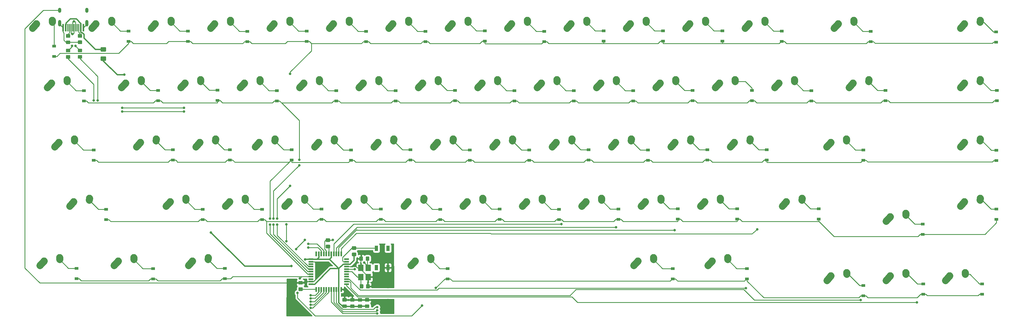
<source format=gbl>
G04 #@! TF.GenerationSoftware,KiCad,Pcbnew,(5.1.5)-3*
G04 #@! TF.CreationDate,2020-02-18T21:35:31-05:00*
G04 #@! TF.ProjectId,Keyboard PCB,4b657962-6f61-4726-9420-5043422e6b69,rev?*
G04 #@! TF.SameCoordinates,Original*
G04 #@! TF.FileFunction,Copper,L2,Bot*
G04 #@! TF.FilePolarity,Positive*
%FSLAX46Y46*%
G04 Gerber Fmt 4.6, Leading zero omitted, Abs format (unit mm)*
G04 Created by KiCad (PCBNEW (5.1.5)-3) date 2020-02-18 21:35:31*
%MOMM*%
%LPD*%
G04 APERTURE LIST*
%ADD10C,2.250000*%
%ADD11C,2.250000*%
%ADD12R,0.600000X2.450000*%
%ADD13R,0.300000X2.450000*%
%ADD14O,1.000000X2.100000*%
%ADD15O,1.000000X1.600000*%
%ADD16C,0.100000*%
%ADD17R,1.500000X0.550000*%
%ADD18R,0.550000X1.500000*%
%ADD19R,1.800000X2.100000*%
%ADD20R,1.100000X1.800000*%
%ADD21R,1.200000X0.900000*%
%ADD22C,0.800000*%
%ADD23C,0.254000*%
%ADD24C,0.381000*%
G04 APERTURE END LIST*
D10*
X41950000Y119093750D03*
D11*
X40640000Y117633750D02*
X41950002Y119093750D01*
D10*
X46990000Y120173750D03*
D11*
X46950000Y119593750D02*
X46990000Y120173750D01*
D12*
X37898000Y117849000D03*
X31448000Y117849000D03*
X37123000Y117849000D03*
X32223000Y117849000D03*
D13*
X32923000Y117849000D03*
X36423000Y117849000D03*
X33423000Y117849000D03*
X35923000Y117849000D03*
X33923000Y117849000D03*
X35423000Y117849000D03*
X34923000Y117849000D03*
X34423000Y117849000D03*
D14*
X30353000Y119264000D03*
X38993000Y119264000D03*
D15*
X30353000Y123444000D03*
X38993000Y123444000D03*
G04 #@! TA.AperFunction,SMDPad,CuDef*
D16*
G36*
X33494505Y113712796D02*
G01*
X33518773Y113709196D01*
X33542572Y113703235D01*
X33565671Y113694970D01*
X33587850Y113684480D01*
X33608893Y113671868D01*
X33628599Y113657253D01*
X33646777Y113640777D01*
X33663253Y113622599D01*
X33677868Y113602893D01*
X33690480Y113581850D01*
X33700970Y113559671D01*
X33709235Y113536572D01*
X33715196Y113512773D01*
X33718796Y113488505D01*
X33720000Y113464001D01*
X33720000Y112813999D01*
X33718796Y112789495D01*
X33715196Y112765227D01*
X33709235Y112741428D01*
X33700970Y112718329D01*
X33690480Y112696150D01*
X33677868Y112675107D01*
X33663253Y112655401D01*
X33646777Y112637223D01*
X33628599Y112620747D01*
X33608893Y112606132D01*
X33587850Y112593520D01*
X33565671Y112583030D01*
X33542572Y112574765D01*
X33518773Y112568804D01*
X33494505Y112565204D01*
X33470001Y112564000D01*
X32569999Y112564000D01*
X32545495Y112565204D01*
X32521227Y112568804D01*
X32497428Y112574765D01*
X32474329Y112583030D01*
X32452150Y112593520D01*
X32431107Y112606132D01*
X32411401Y112620747D01*
X32393223Y112637223D01*
X32376747Y112655401D01*
X32362132Y112675107D01*
X32349520Y112696150D01*
X32339030Y112718329D01*
X32330765Y112741428D01*
X32324804Y112765227D01*
X32321204Y112789495D01*
X32320000Y112813999D01*
X32320000Y113464001D01*
X32321204Y113488505D01*
X32324804Y113512773D01*
X32330765Y113536572D01*
X32339030Y113559671D01*
X32349520Y113581850D01*
X32362132Y113602893D01*
X32376747Y113622599D01*
X32393223Y113640777D01*
X32411401Y113657253D01*
X32431107Y113671868D01*
X32452150Y113684480D01*
X32474329Y113694970D01*
X32497428Y113703235D01*
X32521227Y113709196D01*
X32545495Y113712796D01*
X32569999Y113714000D01*
X33470001Y113714000D01*
X33494505Y113712796D01*
G37*
G04 #@! TD.AperFunction*
G04 #@! TA.AperFunction,SMDPad,CuDef*
G36*
X33494505Y115762796D02*
G01*
X33518773Y115759196D01*
X33542572Y115753235D01*
X33565671Y115744970D01*
X33587850Y115734480D01*
X33608893Y115721868D01*
X33628599Y115707253D01*
X33646777Y115690777D01*
X33663253Y115672599D01*
X33677868Y115652893D01*
X33690480Y115631850D01*
X33700970Y115609671D01*
X33709235Y115586572D01*
X33715196Y115562773D01*
X33718796Y115538505D01*
X33720000Y115514001D01*
X33720000Y114863999D01*
X33718796Y114839495D01*
X33715196Y114815227D01*
X33709235Y114791428D01*
X33700970Y114768329D01*
X33690480Y114746150D01*
X33677868Y114725107D01*
X33663253Y114705401D01*
X33646777Y114687223D01*
X33628599Y114670747D01*
X33608893Y114656132D01*
X33587850Y114643520D01*
X33565671Y114633030D01*
X33542572Y114624765D01*
X33518773Y114618804D01*
X33494505Y114615204D01*
X33470001Y114614000D01*
X32569999Y114614000D01*
X32545495Y114615204D01*
X32521227Y114618804D01*
X32497428Y114624765D01*
X32474329Y114633030D01*
X32452150Y114643520D01*
X32431107Y114656132D01*
X32411401Y114670747D01*
X32393223Y114687223D01*
X32376747Y114705401D01*
X32362132Y114725107D01*
X32349520Y114746150D01*
X32339030Y114768329D01*
X32330765Y114791428D01*
X32324804Y114815227D01*
X32321204Y114839495D01*
X32320000Y114863999D01*
X32320000Y115514001D01*
X32321204Y115538505D01*
X32324804Y115562773D01*
X32330765Y115586572D01*
X32339030Y115609671D01*
X32349520Y115631850D01*
X32362132Y115652893D01*
X32376747Y115672599D01*
X32393223Y115690777D01*
X32411401Y115707253D01*
X32431107Y115721868D01*
X32452150Y115734480D01*
X32474329Y115744970D01*
X32497428Y115753235D01*
X32521227Y115759196D01*
X32545495Y115762796D01*
X32569999Y115764000D01*
X33470001Y115764000D01*
X33494505Y115762796D01*
G37*
G04 #@! TD.AperFunction*
G04 #@! TA.AperFunction,SMDPad,CuDef*
G36*
X37304505Y113730796D02*
G01*
X37328773Y113727196D01*
X37352572Y113721235D01*
X37375671Y113712970D01*
X37397850Y113702480D01*
X37418893Y113689868D01*
X37438599Y113675253D01*
X37456777Y113658777D01*
X37473253Y113640599D01*
X37487868Y113620893D01*
X37500480Y113599850D01*
X37510970Y113577671D01*
X37519235Y113554572D01*
X37525196Y113530773D01*
X37528796Y113506505D01*
X37530000Y113482001D01*
X37530000Y112831999D01*
X37528796Y112807495D01*
X37525196Y112783227D01*
X37519235Y112759428D01*
X37510970Y112736329D01*
X37500480Y112714150D01*
X37487868Y112693107D01*
X37473253Y112673401D01*
X37456777Y112655223D01*
X37438599Y112638747D01*
X37418893Y112624132D01*
X37397850Y112611520D01*
X37375671Y112601030D01*
X37352572Y112592765D01*
X37328773Y112586804D01*
X37304505Y112583204D01*
X37280001Y112582000D01*
X36379999Y112582000D01*
X36355495Y112583204D01*
X36331227Y112586804D01*
X36307428Y112592765D01*
X36284329Y112601030D01*
X36262150Y112611520D01*
X36241107Y112624132D01*
X36221401Y112638747D01*
X36203223Y112655223D01*
X36186747Y112673401D01*
X36172132Y112693107D01*
X36159520Y112714150D01*
X36149030Y112736329D01*
X36140765Y112759428D01*
X36134804Y112783227D01*
X36131204Y112807495D01*
X36130000Y112831999D01*
X36130000Y113482001D01*
X36131204Y113506505D01*
X36134804Y113530773D01*
X36140765Y113554572D01*
X36149030Y113577671D01*
X36159520Y113599850D01*
X36172132Y113620893D01*
X36186747Y113640599D01*
X36203223Y113658777D01*
X36221401Y113675253D01*
X36241107Y113689868D01*
X36262150Y113702480D01*
X36284329Y113712970D01*
X36307428Y113721235D01*
X36331227Y113727196D01*
X36355495Y113730796D01*
X36379999Y113732000D01*
X37280001Y113732000D01*
X37304505Y113730796D01*
G37*
G04 #@! TD.AperFunction*
G04 #@! TA.AperFunction,SMDPad,CuDef*
G36*
X37304505Y115780796D02*
G01*
X37328773Y115777196D01*
X37352572Y115771235D01*
X37375671Y115762970D01*
X37397850Y115752480D01*
X37418893Y115739868D01*
X37438599Y115725253D01*
X37456777Y115708777D01*
X37473253Y115690599D01*
X37487868Y115670893D01*
X37500480Y115649850D01*
X37510970Y115627671D01*
X37519235Y115604572D01*
X37525196Y115580773D01*
X37528796Y115556505D01*
X37530000Y115532001D01*
X37530000Y114881999D01*
X37528796Y114857495D01*
X37525196Y114833227D01*
X37519235Y114809428D01*
X37510970Y114786329D01*
X37500480Y114764150D01*
X37487868Y114743107D01*
X37473253Y114723401D01*
X37456777Y114705223D01*
X37438599Y114688747D01*
X37418893Y114674132D01*
X37397850Y114661520D01*
X37375671Y114651030D01*
X37352572Y114642765D01*
X37328773Y114636804D01*
X37304505Y114633204D01*
X37280001Y114632000D01*
X36379999Y114632000D01*
X36355495Y114633204D01*
X36331227Y114636804D01*
X36307428Y114642765D01*
X36284329Y114651030D01*
X36262150Y114661520D01*
X36241107Y114674132D01*
X36221401Y114688747D01*
X36203223Y114705223D01*
X36186747Y114723401D01*
X36172132Y114743107D01*
X36159520Y114764150D01*
X36149030Y114786329D01*
X36140765Y114809428D01*
X36134804Y114833227D01*
X36131204Y114857495D01*
X36130000Y114881999D01*
X36130000Y115532001D01*
X36131204Y115556505D01*
X36134804Y115580773D01*
X36140765Y115604572D01*
X36149030Y115627671D01*
X36159520Y115649850D01*
X36172132Y115670893D01*
X36186747Y115690599D01*
X36203223Y115708777D01*
X36221401Y115725253D01*
X36241107Y115739868D01*
X36262150Y115752480D01*
X36284329Y115762970D01*
X36307428Y115771235D01*
X36331227Y115777196D01*
X36355495Y115780796D01*
X36379999Y115782000D01*
X37280001Y115782000D01*
X37304505Y115780796D01*
G37*
G04 #@! TD.AperFunction*
D10*
X22900000Y119093750D03*
D11*
X21590000Y117633750D02*
X22900002Y119093750D01*
D10*
X27940000Y120173750D03*
D11*
X27900000Y119593750D02*
X27940000Y120173750D01*
D10*
X315793750Y38131250D03*
D11*
X314483750Y36671250D02*
X315793752Y38131250D01*
D10*
X320833750Y39211250D03*
D11*
X320793750Y38631250D02*
X320833750Y39211250D01*
D10*
X320556750Y61943750D03*
D11*
X319246750Y60483750D02*
X320556752Y61943750D01*
D10*
X325596750Y63023750D03*
D11*
X325556750Y62443750D02*
X325596750Y63023750D01*
D10*
X103862500Y61943750D03*
D11*
X102552500Y60483750D02*
X103862502Y61943750D01*
D10*
X108902500Y63023750D03*
D11*
X108862500Y62443750D02*
X108902500Y63023750D01*
D10*
X84812500Y61943750D03*
D11*
X83502500Y60483750D02*
X84812502Y61943750D01*
D10*
X89852500Y63023750D03*
D11*
X89812500Y62443750D02*
X89852500Y63023750D01*
D10*
X122912500Y61943750D03*
D11*
X121602500Y60483750D02*
X122912502Y61943750D01*
D10*
X127952500Y63023750D03*
D11*
X127912500Y62443750D02*
X127952500Y63023750D01*
D10*
X144343750Y42893750D03*
D11*
X143033750Y41433750D02*
X144343752Y42893750D01*
D10*
X149383750Y43973750D03*
D11*
X149343750Y43393750D02*
X149383750Y43973750D01*
D17*
X110943750Y43484250D03*
X110943750Y42684250D03*
X110943750Y41884250D03*
X110943750Y41084250D03*
X110943750Y40284250D03*
X110943750Y39484250D03*
X110943750Y38684250D03*
X110943750Y37884250D03*
X110943750Y37084250D03*
X110943750Y36284250D03*
X110943750Y35484250D03*
D18*
X112643750Y33784250D03*
X113443750Y33784250D03*
X114243750Y33784250D03*
X115043750Y33784250D03*
X115843750Y33784250D03*
X116643750Y33784250D03*
X117443750Y33784250D03*
X118243750Y33784250D03*
X119043750Y33784250D03*
X119843750Y33784250D03*
X120643750Y33784250D03*
D17*
X122343750Y35484250D03*
X122343750Y36284250D03*
X122343750Y37084250D03*
X122343750Y37884250D03*
X122343750Y38684250D03*
X122343750Y39484250D03*
X122343750Y40284250D03*
X122343750Y41084250D03*
X122343750Y41884250D03*
X122343750Y42684250D03*
X122343750Y43484250D03*
D18*
X120643750Y45184250D03*
X119843750Y45184250D03*
X119043750Y45184250D03*
X118243750Y45184250D03*
X117443750Y45184250D03*
X116643750Y45184250D03*
X115843750Y45184250D03*
X115043750Y45184250D03*
X114243750Y45184250D03*
X113443750Y45184250D03*
X112643750Y45184250D03*
D10*
X277747750Y38130750D03*
D11*
X276437750Y36670750D02*
X277747752Y38130750D01*
D10*
X282787750Y39210750D03*
D11*
X282747750Y38630750D02*
X282787750Y39210750D01*
D19*
X129250750Y37754250D03*
X129250750Y40654250D03*
X126950750Y40654250D03*
X126950750Y37754250D03*
D20*
X135612750Y46978500D03*
X131912750Y40778500D03*
X131912750Y46978500D03*
X135612750Y40778500D03*
G04 #@! TA.AperFunction,SMDPad,CuDef*
D16*
G36*
X108075255Y34419296D02*
G01*
X108099523Y34415696D01*
X108123322Y34409735D01*
X108146421Y34401470D01*
X108168600Y34390980D01*
X108189643Y34378368D01*
X108209349Y34363753D01*
X108227527Y34347277D01*
X108244003Y34329099D01*
X108258618Y34309393D01*
X108271230Y34288350D01*
X108281720Y34266171D01*
X108289985Y34243072D01*
X108295946Y34219273D01*
X108299546Y34195005D01*
X108300750Y34170501D01*
X108300750Y33520499D01*
X108299546Y33495995D01*
X108295946Y33471727D01*
X108289985Y33447928D01*
X108281720Y33424829D01*
X108271230Y33402650D01*
X108258618Y33381607D01*
X108244003Y33361901D01*
X108227527Y33343723D01*
X108209349Y33327247D01*
X108189643Y33312632D01*
X108168600Y33300020D01*
X108146421Y33289530D01*
X108123322Y33281265D01*
X108099523Y33275304D01*
X108075255Y33271704D01*
X108050751Y33270500D01*
X107150749Y33270500D01*
X107126245Y33271704D01*
X107101977Y33275304D01*
X107078178Y33281265D01*
X107055079Y33289530D01*
X107032900Y33300020D01*
X107011857Y33312632D01*
X106992151Y33327247D01*
X106973973Y33343723D01*
X106957497Y33361901D01*
X106942882Y33381607D01*
X106930270Y33402650D01*
X106919780Y33424829D01*
X106911515Y33447928D01*
X106905554Y33471727D01*
X106901954Y33495995D01*
X106900750Y33520499D01*
X106900750Y34170501D01*
X106901954Y34195005D01*
X106905554Y34219273D01*
X106911515Y34243072D01*
X106919780Y34266171D01*
X106930270Y34288350D01*
X106942882Y34309393D01*
X106957497Y34329099D01*
X106973973Y34347277D01*
X106992151Y34363753D01*
X107011857Y34378368D01*
X107032900Y34390980D01*
X107055079Y34401470D01*
X107078178Y34409735D01*
X107101977Y34415696D01*
X107126245Y34419296D01*
X107150749Y34420500D01*
X108050751Y34420500D01*
X108075255Y34419296D01*
G37*
G04 #@! TD.AperFunction*
G04 #@! TA.AperFunction,SMDPad,CuDef*
G36*
X108075255Y36469296D02*
G01*
X108099523Y36465696D01*
X108123322Y36459735D01*
X108146421Y36451470D01*
X108168600Y36440980D01*
X108189643Y36428368D01*
X108209349Y36413753D01*
X108227527Y36397277D01*
X108244003Y36379099D01*
X108258618Y36359393D01*
X108271230Y36338350D01*
X108281720Y36316171D01*
X108289985Y36293072D01*
X108295946Y36269273D01*
X108299546Y36245005D01*
X108300750Y36220501D01*
X108300750Y35570499D01*
X108299546Y35545995D01*
X108295946Y35521727D01*
X108289985Y35497928D01*
X108281720Y35474829D01*
X108271230Y35452650D01*
X108258618Y35431607D01*
X108244003Y35411901D01*
X108227527Y35393723D01*
X108209349Y35377247D01*
X108189643Y35362632D01*
X108168600Y35350020D01*
X108146421Y35339530D01*
X108123322Y35331265D01*
X108099523Y35325304D01*
X108075255Y35321704D01*
X108050751Y35320500D01*
X107150749Y35320500D01*
X107126245Y35321704D01*
X107101977Y35325304D01*
X107078178Y35331265D01*
X107055079Y35339530D01*
X107032900Y35350020D01*
X107011857Y35362632D01*
X106992151Y35377247D01*
X106973973Y35393723D01*
X106957497Y35411901D01*
X106942882Y35431607D01*
X106930270Y35452650D01*
X106919780Y35474829D01*
X106911515Y35497928D01*
X106905554Y35521727D01*
X106901954Y35545995D01*
X106900750Y35570499D01*
X106900750Y36220501D01*
X106901954Y36245005D01*
X106905554Y36269273D01*
X106911515Y36293072D01*
X106919780Y36316171D01*
X106930270Y36338350D01*
X106942882Y36359393D01*
X106957497Y36379099D01*
X106973973Y36397277D01*
X106992151Y36413753D01*
X107011857Y36428368D01*
X107032900Y36440980D01*
X107055079Y36451470D01*
X107078178Y36459735D01*
X107101977Y36465696D01*
X107126245Y36469296D01*
X107150749Y36470500D01*
X108050751Y36470500D01*
X108075255Y36469296D01*
G37*
G04 #@! TD.AperFunction*
G04 #@! TA.AperFunction,SMDPad,CuDef*
G36*
X125220255Y47636296D02*
G01*
X125244523Y47632696D01*
X125268322Y47626735D01*
X125291421Y47618470D01*
X125313600Y47607980D01*
X125334643Y47595368D01*
X125354349Y47580753D01*
X125372527Y47564277D01*
X125389003Y47546099D01*
X125403618Y47526393D01*
X125416230Y47505350D01*
X125426720Y47483171D01*
X125434985Y47460072D01*
X125440946Y47436273D01*
X125444546Y47412005D01*
X125445750Y47387501D01*
X125445750Y46737499D01*
X125444546Y46712995D01*
X125440946Y46688727D01*
X125434985Y46664928D01*
X125426720Y46641829D01*
X125416230Y46619650D01*
X125403618Y46598607D01*
X125389003Y46578901D01*
X125372527Y46560723D01*
X125354349Y46544247D01*
X125334643Y46529632D01*
X125313600Y46517020D01*
X125291421Y46506530D01*
X125268322Y46498265D01*
X125244523Y46492304D01*
X125220255Y46488704D01*
X125195751Y46487500D01*
X124295749Y46487500D01*
X124271245Y46488704D01*
X124246977Y46492304D01*
X124223178Y46498265D01*
X124200079Y46506530D01*
X124177900Y46517020D01*
X124156857Y46529632D01*
X124137151Y46544247D01*
X124118973Y46560723D01*
X124102497Y46578901D01*
X124087882Y46598607D01*
X124075270Y46619650D01*
X124064780Y46641829D01*
X124056515Y46664928D01*
X124050554Y46688727D01*
X124046954Y46712995D01*
X124045750Y46737499D01*
X124045750Y47387501D01*
X124046954Y47412005D01*
X124050554Y47436273D01*
X124056515Y47460072D01*
X124064780Y47483171D01*
X124075270Y47505350D01*
X124087882Y47526393D01*
X124102497Y47546099D01*
X124118973Y47564277D01*
X124137151Y47580753D01*
X124156857Y47595368D01*
X124177900Y47607980D01*
X124200079Y47618470D01*
X124223178Y47626735D01*
X124246977Y47632696D01*
X124271245Y47636296D01*
X124295749Y47637500D01*
X125195751Y47637500D01*
X125220255Y47636296D01*
G37*
G04 #@! TD.AperFunction*
G04 #@! TA.AperFunction,SMDPad,CuDef*
G36*
X125220255Y45586296D02*
G01*
X125244523Y45582696D01*
X125268322Y45576735D01*
X125291421Y45568470D01*
X125313600Y45557980D01*
X125334643Y45545368D01*
X125354349Y45530753D01*
X125372527Y45514277D01*
X125389003Y45496099D01*
X125403618Y45476393D01*
X125416230Y45455350D01*
X125426720Y45433171D01*
X125434985Y45410072D01*
X125440946Y45386273D01*
X125444546Y45362005D01*
X125445750Y45337501D01*
X125445750Y44687499D01*
X125444546Y44662995D01*
X125440946Y44638727D01*
X125434985Y44614928D01*
X125426720Y44591829D01*
X125416230Y44569650D01*
X125403618Y44548607D01*
X125389003Y44528901D01*
X125372527Y44510723D01*
X125354349Y44494247D01*
X125334643Y44479632D01*
X125313600Y44467020D01*
X125291421Y44456530D01*
X125268322Y44448265D01*
X125244523Y44442304D01*
X125220255Y44438704D01*
X125195751Y44437500D01*
X124295749Y44437500D01*
X124271245Y44438704D01*
X124246977Y44442304D01*
X124223178Y44448265D01*
X124200079Y44456530D01*
X124177900Y44467020D01*
X124156857Y44479632D01*
X124137151Y44494247D01*
X124118973Y44510723D01*
X124102497Y44528901D01*
X124087882Y44548607D01*
X124075270Y44569650D01*
X124064780Y44591829D01*
X124056515Y44614928D01*
X124050554Y44638727D01*
X124046954Y44662995D01*
X124045750Y44687499D01*
X124045750Y45337501D01*
X124046954Y45362005D01*
X124050554Y45386273D01*
X124056515Y45410072D01*
X124064780Y45433171D01*
X124075270Y45455350D01*
X124087882Y45476393D01*
X124102497Y45496099D01*
X124118973Y45514277D01*
X124137151Y45530753D01*
X124156857Y45545368D01*
X124177900Y45557980D01*
X124200079Y45568470D01*
X124223178Y45576735D01*
X124246977Y45582696D01*
X124271245Y45586296D01*
X124295749Y45587500D01*
X125195751Y45587500D01*
X125220255Y45586296D01*
G37*
G04 #@! TD.AperFunction*
G04 #@! TA.AperFunction,SMDPad,CuDef*
G36*
X37304505Y111081796D02*
G01*
X37328773Y111078196D01*
X37352572Y111072235D01*
X37375671Y111063970D01*
X37397850Y111053480D01*
X37418893Y111040868D01*
X37438599Y111026253D01*
X37456777Y111009777D01*
X37473253Y110991599D01*
X37487868Y110971893D01*
X37500480Y110950850D01*
X37510970Y110928671D01*
X37519235Y110905572D01*
X37525196Y110881773D01*
X37528796Y110857505D01*
X37530000Y110833001D01*
X37530000Y110182999D01*
X37528796Y110158495D01*
X37525196Y110134227D01*
X37519235Y110110428D01*
X37510970Y110087329D01*
X37500480Y110065150D01*
X37487868Y110044107D01*
X37473253Y110024401D01*
X37456777Y110006223D01*
X37438599Y109989747D01*
X37418893Y109975132D01*
X37397850Y109962520D01*
X37375671Y109952030D01*
X37352572Y109943765D01*
X37328773Y109937804D01*
X37304505Y109934204D01*
X37280001Y109933000D01*
X36379999Y109933000D01*
X36355495Y109934204D01*
X36331227Y109937804D01*
X36307428Y109943765D01*
X36284329Y109952030D01*
X36262150Y109962520D01*
X36241107Y109975132D01*
X36221401Y109989747D01*
X36203223Y110006223D01*
X36186747Y110024401D01*
X36172132Y110044107D01*
X36159520Y110065150D01*
X36149030Y110087329D01*
X36140765Y110110428D01*
X36134804Y110134227D01*
X36131204Y110158495D01*
X36130000Y110182999D01*
X36130000Y110833001D01*
X36131204Y110857505D01*
X36134804Y110881773D01*
X36140765Y110905572D01*
X36149030Y110928671D01*
X36159520Y110950850D01*
X36172132Y110971893D01*
X36186747Y110991599D01*
X36203223Y111009777D01*
X36221401Y111026253D01*
X36241107Y111040868D01*
X36262150Y111053480D01*
X36284329Y111063970D01*
X36307428Y111072235D01*
X36331227Y111078196D01*
X36355495Y111081796D01*
X36379999Y111083000D01*
X37280001Y111083000D01*
X37304505Y111081796D01*
G37*
G04 #@! TD.AperFunction*
G04 #@! TA.AperFunction,SMDPad,CuDef*
G36*
X37304505Y109031796D02*
G01*
X37328773Y109028196D01*
X37352572Y109022235D01*
X37375671Y109013970D01*
X37397850Y109003480D01*
X37418893Y108990868D01*
X37438599Y108976253D01*
X37456777Y108959777D01*
X37473253Y108941599D01*
X37487868Y108921893D01*
X37500480Y108900850D01*
X37510970Y108878671D01*
X37519235Y108855572D01*
X37525196Y108831773D01*
X37528796Y108807505D01*
X37530000Y108783001D01*
X37530000Y108132999D01*
X37528796Y108108495D01*
X37525196Y108084227D01*
X37519235Y108060428D01*
X37510970Y108037329D01*
X37500480Y108015150D01*
X37487868Y107994107D01*
X37473253Y107974401D01*
X37456777Y107956223D01*
X37438599Y107939747D01*
X37418893Y107925132D01*
X37397850Y107912520D01*
X37375671Y107902030D01*
X37352572Y107893765D01*
X37328773Y107887804D01*
X37304505Y107884204D01*
X37280001Y107883000D01*
X36379999Y107883000D01*
X36355495Y107884204D01*
X36331227Y107887804D01*
X36307428Y107893765D01*
X36284329Y107902030D01*
X36262150Y107912520D01*
X36241107Y107925132D01*
X36221401Y107939747D01*
X36203223Y107956223D01*
X36186747Y107974401D01*
X36172132Y107994107D01*
X36159520Y108015150D01*
X36149030Y108037329D01*
X36140765Y108060428D01*
X36134804Y108084227D01*
X36131204Y108108495D01*
X36130000Y108132999D01*
X36130000Y108783001D01*
X36131204Y108807505D01*
X36134804Y108831773D01*
X36140765Y108855572D01*
X36149030Y108878671D01*
X36159520Y108900850D01*
X36172132Y108921893D01*
X36186747Y108941599D01*
X36203223Y108959777D01*
X36221401Y108976253D01*
X36241107Y108990868D01*
X36262150Y109003480D01*
X36284329Y109013970D01*
X36307428Y109022235D01*
X36331227Y109028196D01*
X36355495Y109031796D01*
X36379999Y109033000D01*
X37280001Y109033000D01*
X37304505Y109031796D01*
G37*
G04 #@! TD.AperFunction*
G04 #@! TA.AperFunction,SMDPad,CuDef*
G36*
X33494505Y111063796D02*
G01*
X33518773Y111060196D01*
X33542572Y111054235D01*
X33565671Y111045970D01*
X33587850Y111035480D01*
X33608893Y111022868D01*
X33628599Y111008253D01*
X33646777Y110991777D01*
X33663253Y110973599D01*
X33677868Y110953893D01*
X33690480Y110932850D01*
X33700970Y110910671D01*
X33709235Y110887572D01*
X33715196Y110863773D01*
X33718796Y110839505D01*
X33720000Y110815001D01*
X33720000Y110164999D01*
X33718796Y110140495D01*
X33715196Y110116227D01*
X33709235Y110092428D01*
X33700970Y110069329D01*
X33690480Y110047150D01*
X33677868Y110026107D01*
X33663253Y110006401D01*
X33646777Y109988223D01*
X33628599Y109971747D01*
X33608893Y109957132D01*
X33587850Y109944520D01*
X33565671Y109934030D01*
X33542572Y109925765D01*
X33518773Y109919804D01*
X33494505Y109916204D01*
X33470001Y109915000D01*
X32569999Y109915000D01*
X32545495Y109916204D01*
X32521227Y109919804D01*
X32497428Y109925765D01*
X32474329Y109934030D01*
X32452150Y109944520D01*
X32431107Y109957132D01*
X32411401Y109971747D01*
X32393223Y109988223D01*
X32376747Y110006401D01*
X32362132Y110026107D01*
X32349520Y110047150D01*
X32339030Y110069329D01*
X32330765Y110092428D01*
X32324804Y110116227D01*
X32321204Y110140495D01*
X32320000Y110164999D01*
X32320000Y110815001D01*
X32321204Y110839505D01*
X32324804Y110863773D01*
X32330765Y110887572D01*
X32339030Y110910671D01*
X32349520Y110932850D01*
X32362132Y110953893D01*
X32376747Y110973599D01*
X32393223Y110991777D01*
X32411401Y111008253D01*
X32431107Y111022868D01*
X32452150Y111035480D01*
X32474329Y111045970D01*
X32497428Y111054235D01*
X32521227Y111060196D01*
X32545495Y111063796D01*
X32569999Y111065000D01*
X33470001Y111065000D01*
X33494505Y111063796D01*
G37*
G04 #@! TD.AperFunction*
G04 #@! TA.AperFunction,SMDPad,CuDef*
G36*
X33494505Y109013796D02*
G01*
X33518773Y109010196D01*
X33542572Y109004235D01*
X33565671Y108995970D01*
X33587850Y108985480D01*
X33608893Y108972868D01*
X33628599Y108958253D01*
X33646777Y108941777D01*
X33663253Y108923599D01*
X33677868Y108903893D01*
X33690480Y108882850D01*
X33700970Y108860671D01*
X33709235Y108837572D01*
X33715196Y108813773D01*
X33718796Y108789505D01*
X33720000Y108765001D01*
X33720000Y108114999D01*
X33718796Y108090495D01*
X33715196Y108066227D01*
X33709235Y108042428D01*
X33700970Y108019329D01*
X33690480Y107997150D01*
X33677868Y107976107D01*
X33663253Y107956401D01*
X33646777Y107938223D01*
X33628599Y107921747D01*
X33608893Y107907132D01*
X33587850Y107894520D01*
X33565671Y107884030D01*
X33542572Y107875765D01*
X33518773Y107869804D01*
X33494505Y107866204D01*
X33470001Y107865000D01*
X32569999Y107865000D01*
X32545495Y107866204D01*
X32521227Y107869804D01*
X32497428Y107875765D01*
X32474329Y107884030D01*
X32452150Y107894520D01*
X32431107Y107907132D01*
X32411401Y107921747D01*
X32393223Y107938223D01*
X32376747Y107956401D01*
X32362132Y107976107D01*
X32349520Y107997150D01*
X32339030Y108019329D01*
X32330765Y108042428D01*
X32324804Y108066227D01*
X32321204Y108090495D01*
X32320000Y108114999D01*
X32320000Y108765001D01*
X32321204Y108789505D01*
X32324804Y108813773D01*
X32330765Y108837572D01*
X32339030Y108860671D01*
X32349520Y108882850D01*
X32362132Y108903893D01*
X32376747Y108923599D01*
X32393223Y108941777D01*
X32411401Y108958253D01*
X32431107Y108972868D01*
X32452150Y108985480D01*
X32474329Y108995970D01*
X32497428Y109004235D01*
X32521227Y109010196D01*
X32545495Y109013796D01*
X32569999Y109015000D01*
X33470001Y109015000D01*
X33494505Y109013796D01*
G37*
G04 #@! TD.AperFunction*
D10*
X320556250Y81011250D03*
D11*
X319246250Y79551250D02*
X320556252Y81011250D01*
D10*
X325596250Y82091250D03*
D11*
X325556250Y81511250D02*
X325596250Y82091250D01*
D10*
X320556250Y100061250D03*
D11*
X319246250Y98601250D02*
X320556252Y100061250D01*
D10*
X325596250Y101141250D03*
D11*
X325556250Y100561250D02*
X325596250Y101141250D01*
D10*
X320556250Y119111250D03*
D11*
X319246250Y117651250D02*
X320556252Y119111250D01*
D10*
X325596250Y120191250D03*
D11*
X325556250Y119611250D02*
X325596250Y120191250D01*
D10*
X296743750Y38131250D03*
D11*
X295433750Y36671250D02*
X296743752Y38131250D01*
D10*
X301783750Y39211250D03*
D11*
X301743750Y38631250D02*
X301783750Y39211250D01*
D10*
X296743750Y57130750D03*
D11*
X295433750Y55670750D02*
X296743752Y57130750D01*
D10*
X301783750Y58210750D03*
D11*
X301743750Y57630750D02*
X301783750Y58210750D01*
D10*
X261025000Y100043750D03*
D11*
X259715000Y98583750D02*
X261025002Y100043750D01*
D10*
X266065000Y101123750D03*
D11*
X266025000Y100543750D02*
X266065000Y101123750D01*
D10*
X251500000Y119093750D03*
D11*
X250190000Y117633750D02*
X251500002Y119093750D01*
D10*
X256540000Y120173750D03*
D11*
X256500000Y119593750D02*
X256540000Y120173750D01*
D10*
X277693750Y80993750D03*
D11*
X276383750Y79533750D02*
X277693752Y80993750D01*
D10*
X282733750Y82073750D03*
D11*
X282693750Y81493750D02*
X282733750Y82073750D01*
D10*
X284837500Y100043750D03*
D11*
X283527500Y98583750D02*
X284837502Y100043750D01*
D10*
X289877500Y101123750D03*
D11*
X289837500Y100543750D02*
X289877500Y101123750D01*
D10*
X280075000Y119093750D03*
D11*
X278765000Y117633750D02*
X280075002Y119093750D01*
D10*
X285115000Y120173750D03*
D11*
X285075000Y119593750D02*
X285115000Y120173750D01*
D10*
X263406250Y61943750D03*
D11*
X262096250Y60483750D02*
X263406252Y61943750D01*
D10*
X268446250Y63023750D03*
D11*
X268406250Y62443750D02*
X268446250Y63023750D01*
D10*
X246737500Y80993750D03*
D11*
X245427500Y79533750D02*
X246737502Y80993750D01*
D10*
X251777500Y82073750D03*
D11*
X251737500Y81493750D02*
X251777500Y82073750D01*
D10*
X241975000Y100043750D03*
D11*
X240665000Y98583750D02*
X241975002Y100043750D01*
D10*
X247015000Y101123750D03*
D11*
X246975000Y100543750D02*
X247015000Y101123750D01*
D10*
X232450000Y119093750D03*
D11*
X231140000Y117633750D02*
X232450002Y119093750D01*
D10*
X237490000Y120173750D03*
D11*
X237450000Y119593750D02*
X237490000Y120173750D01*
D10*
X239593750Y42893750D03*
D11*
X238283750Y41433750D02*
X239593752Y42893750D01*
D10*
X244633750Y43973750D03*
D11*
X244593750Y43393750D02*
X244633750Y43973750D01*
D10*
X237212500Y61943750D03*
D11*
X235902500Y60483750D02*
X237212502Y61943750D01*
D10*
X242252500Y63023750D03*
D11*
X242212500Y62443750D02*
X242252500Y63023750D01*
D10*
X227687500Y80993750D03*
D11*
X226377500Y79533750D02*
X227687502Y80993750D01*
D10*
X232727500Y82073750D03*
D11*
X232687500Y81493750D02*
X232727500Y82073750D01*
D10*
X222925000Y100043750D03*
D11*
X221615000Y98583750D02*
X222925002Y100043750D01*
D10*
X227965000Y101123750D03*
D11*
X227925000Y100543750D02*
X227965000Y101123750D01*
D10*
X213400000Y119093750D03*
D11*
X212090000Y117633750D02*
X213400002Y119093750D01*
D10*
X218440000Y120173750D03*
D11*
X218400000Y119593750D02*
X218440000Y120173750D01*
D10*
X215781250Y42893750D03*
D11*
X214471250Y41433750D02*
X215781252Y42893750D01*
D10*
X220821250Y43973750D03*
D11*
X220781250Y43393750D02*
X220821250Y43973750D01*
D10*
X218162500Y61943750D03*
D11*
X216852500Y60483750D02*
X218162502Y61943750D01*
D10*
X223202500Y63023750D03*
D11*
X223162500Y62443750D02*
X223202500Y63023750D01*
D10*
X208637500Y80993750D03*
D11*
X207327500Y79533750D02*
X208637502Y80993750D01*
D10*
X213677500Y82073750D03*
D11*
X213637500Y81493750D02*
X213677500Y82073750D01*
D10*
X203875000Y100043750D03*
D11*
X202565000Y98583750D02*
X203875002Y100043750D01*
D10*
X208915000Y101123750D03*
D11*
X208875000Y100543750D02*
X208915000Y101123750D01*
D10*
X194350000Y119093750D03*
D11*
X193040000Y117633750D02*
X194350002Y119093750D01*
D10*
X199390000Y120173750D03*
D11*
X199350000Y119593750D02*
X199390000Y120173750D01*
D10*
X199112500Y61943750D03*
D11*
X197802500Y60483750D02*
X199112502Y61943750D01*
D10*
X204152500Y63023750D03*
D11*
X204112500Y62443750D02*
X204152500Y63023750D01*
D10*
X189587500Y80993750D03*
D11*
X188277500Y79533750D02*
X189587502Y80993750D01*
D10*
X194627500Y82073750D03*
D11*
X194587500Y81493750D02*
X194627500Y82073750D01*
D10*
X184825000Y100043750D03*
D11*
X183515000Y98583750D02*
X184825002Y100043750D01*
D10*
X189865000Y101123750D03*
D11*
X189825000Y100543750D02*
X189865000Y101123750D01*
D10*
X175300000Y119093750D03*
D11*
X173990000Y117633750D02*
X175300002Y119093750D01*
D10*
X180340000Y120173750D03*
D11*
X180300000Y119593750D02*
X180340000Y120173750D01*
D10*
X180062500Y61943750D03*
D11*
X178752500Y60483750D02*
X180062502Y61943750D01*
D10*
X185102500Y63023750D03*
D11*
X185062500Y62443750D02*
X185102500Y63023750D01*
D10*
X170537500Y80993750D03*
D11*
X169227500Y79533750D02*
X170537502Y80993750D01*
D10*
X175577500Y82073750D03*
D11*
X175537500Y81493750D02*
X175577500Y82073750D01*
D10*
X165775000Y100043750D03*
D11*
X164465000Y98583750D02*
X165775002Y100043750D01*
D10*
X170815000Y101123750D03*
D11*
X170775000Y100543750D02*
X170815000Y101123750D01*
D10*
X156250000Y119093750D03*
D11*
X154940000Y117633750D02*
X156250002Y119093750D01*
D10*
X161290000Y120173750D03*
D11*
X161250000Y119593750D02*
X161290000Y120173750D01*
D10*
X161012500Y61943750D03*
D11*
X159702500Y60483750D02*
X161012502Y61943750D01*
D10*
X166052500Y63023750D03*
D11*
X166012500Y62443750D02*
X166052500Y63023750D01*
D10*
X151487500Y80993750D03*
D11*
X150177500Y79533750D02*
X151487502Y80993750D01*
D10*
X156527500Y82073750D03*
D11*
X156487500Y81493750D02*
X156527500Y82073750D01*
D10*
X146725000Y100043750D03*
D11*
X145415000Y98583750D02*
X146725002Y100043750D01*
D10*
X151765000Y101123750D03*
D11*
X151725000Y100543750D02*
X151765000Y101123750D01*
D10*
X137200000Y119093750D03*
D11*
X135890000Y117633750D02*
X137200002Y119093750D01*
D10*
X142240000Y120173750D03*
D11*
X142200000Y119593750D02*
X142240000Y120173750D01*
D10*
X142089500Y61943750D03*
D11*
X140779500Y60483750D02*
X142089502Y61943750D01*
D10*
X147129500Y63023750D03*
D11*
X147089500Y62443750D02*
X147129500Y63023750D01*
D10*
X132437500Y80993750D03*
D11*
X131127500Y79533750D02*
X132437502Y80993750D01*
D10*
X137477500Y82073750D03*
D11*
X137437500Y81493750D02*
X137477500Y82073750D01*
D10*
X127675000Y100043750D03*
D11*
X126365000Y98583750D02*
X127675002Y100043750D01*
D10*
X132715000Y101123750D03*
D11*
X132675000Y100543750D02*
X132715000Y101123750D01*
D10*
X118150000Y119093750D03*
D11*
X116840000Y117633750D02*
X118150002Y119093750D01*
D10*
X123190000Y120173750D03*
D11*
X123150000Y119593750D02*
X123190000Y120173750D01*
D10*
X113387500Y80993750D03*
D11*
X112077500Y79533750D02*
X113387502Y80993750D01*
D10*
X118427500Y82073750D03*
D11*
X118387500Y81493750D02*
X118427500Y82073750D01*
D10*
X108625000Y100043750D03*
D11*
X107315000Y98583750D02*
X108625002Y100043750D01*
D10*
X113665000Y101123750D03*
D11*
X113625000Y100543750D02*
X113665000Y101123750D01*
D10*
X99100000Y119093750D03*
D11*
X97790000Y117633750D02*
X99100002Y119093750D01*
D10*
X104140000Y120173750D03*
D11*
X104100000Y119593750D02*
X104140000Y120173750D01*
D10*
X94337500Y80993750D03*
D11*
X93027500Y79533750D02*
X94337502Y80993750D01*
D10*
X99377500Y82073750D03*
D11*
X99337500Y81493750D02*
X99377500Y82073750D01*
D10*
X89575000Y100043750D03*
D11*
X88265000Y98583750D02*
X89575002Y100043750D01*
D10*
X94615000Y101123750D03*
D11*
X94575000Y100543750D02*
X94615000Y101123750D01*
D10*
X80050000Y119093750D03*
D11*
X78740000Y117633750D02*
X80050002Y119093750D01*
D10*
X85090000Y120173750D03*
D11*
X85050000Y119593750D02*
X85090000Y120173750D01*
D10*
X72906250Y42893750D03*
D11*
X71596250Y41433750D02*
X72906252Y42893750D01*
D10*
X77946250Y43973750D03*
D11*
X77906250Y43393750D02*
X77946250Y43973750D01*
D10*
X75287500Y80993750D03*
D11*
X73977500Y79533750D02*
X75287502Y80993750D01*
D10*
X80327500Y82073750D03*
D11*
X80287500Y81493750D02*
X80327500Y82073750D01*
D10*
X70525000Y100043750D03*
D11*
X69215000Y98583750D02*
X70525002Y100043750D01*
D10*
X75565000Y101123750D03*
D11*
X75525000Y100543750D02*
X75565000Y101123750D01*
D10*
X61000000Y119093750D03*
D11*
X59690000Y117633750D02*
X61000002Y119093750D01*
D10*
X66040000Y120173750D03*
D11*
X66000000Y119593750D02*
X66040000Y120173750D01*
D10*
X49093750Y42893750D03*
D11*
X47783750Y41433750D02*
X49093752Y42893750D01*
D10*
X54133750Y43973750D03*
D11*
X54093750Y43393750D02*
X54133750Y43973750D01*
D10*
X65762500Y61943750D03*
D11*
X64452500Y60483750D02*
X65762502Y61943750D01*
D10*
X70802500Y63023750D03*
D11*
X70762500Y62443750D02*
X70802500Y63023750D01*
D10*
X56237500Y80993750D03*
D11*
X54927500Y79533750D02*
X56237502Y80993750D01*
D10*
X61277500Y82073750D03*
D11*
X61237500Y81493750D02*
X61277500Y82073750D01*
D10*
X51475000Y100043750D03*
D11*
X50165000Y98583750D02*
X51475002Y100043750D01*
D10*
X56515000Y101123750D03*
D11*
X56475000Y100543750D02*
X56515000Y101123750D01*
D10*
X25281250Y42893750D03*
D11*
X23971250Y41433750D02*
X25281252Y42893750D01*
D10*
X30321250Y43973750D03*
D11*
X30281250Y43393750D02*
X30321250Y43973750D01*
D10*
X34806250Y61943750D03*
D11*
X33496250Y60483750D02*
X34806252Y61943750D01*
D10*
X39846250Y63023750D03*
D11*
X39806250Y62443750D02*
X39846250Y63023750D01*
D10*
X30043750Y80993750D03*
D11*
X28733750Y79533750D02*
X30043752Y80993750D01*
D10*
X35083750Y82073750D03*
D11*
X35043750Y81493750D02*
X35083750Y82073750D01*
D10*
X27662500Y100043750D03*
D11*
X26352500Y98583750D02*
X27662502Y100043750D01*
D10*
X32702500Y101123750D03*
D11*
X32662500Y100543750D02*
X32702500Y101123750D01*
G04 #@! TA.AperFunction,SMDPad,CuDef*
D16*
G36*
X44972504Y111582296D02*
G01*
X44996773Y111578696D01*
X45020571Y111572735D01*
X45043671Y111564470D01*
X45065849Y111553980D01*
X45086893Y111541367D01*
X45106598Y111526753D01*
X45124777Y111510277D01*
X45141253Y111492098D01*
X45155867Y111472393D01*
X45168480Y111451349D01*
X45178970Y111429171D01*
X45187235Y111406071D01*
X45193196Y111382273D01*
X45196796Y111358004D01*
X45198000Y111333500D01*
X45198000Y110408500D01*
X45196796Y110383996D01*
X45193196Y110359727D01*
X45187235Y110335929D01*
X45178970Y110312829D01*
X45168480Y110290651D01*
X45155867Y110269607D01*
X45141253Y110249902D01*
X45124777Y110231723D01*
X45106598Y110215247D01*
X45086893Y110200633D01*
X45065849Y110188020D01*
X45043671Y110177530D01*
X45020571Y110169265D01*
X44996773Y110163304D01*
X44972504Y110159704D01*
X44948000Y110158500D01*
X43698000Y110158500D01*
X43673496Y110159704D01*
X43649227Y110163304D01*
X43625429Y110169265D01*
X43602329Y110177530D01*
X43580151Y110188020D01*
X43559107Y110200633D01*
X43539402Y110215247D01*
X43521223Y110231723D01*
X43504747Y110249902D01*
X43490133Y110269607D01*
X43477520Y110290651D01*
X43467030Y110312829D01*
X43458765Y110335929D01*
X43452804Y110359727D01*
X43449204Y110383996D01*
X43448000Y110408500D01*
X43448000Y111333500D01*
X43449204Y111358004D01*
X43452804Y111382273D01*
X43458765Y111406071D01*
X43467030Y111429171D01*
X43477520Y111451349D01*
X43490133Y111472393D01*
X43504747Y111492098D01*
X43521223Y111510277D01*
X43539402Y111526753D01*
X43559107Y111541367D01*
X43580151Y111553980D01*
X43602329Y111564470D01*
X43625429Y111572735D01*
X43649227Y111578696D01*
X43673496Y111582296D01*
X43698000Y111583500D01*
X44948000Y111583500D01*
X44972504Y111582296D01*
G37*
G04 #@! TD.AperFunction*
G04 #@! TA.AperFunction,SMDPad,CuDef*
G36*
X44972504Y108607296D02*
G01*
X44996773Y108603696D01*
X45020571Y108597735D01*
X45043671Y108589470D01*
X45065849Y108578980D01*
X45086893Y108566367D01*
X45106598Y108551753D01*
X45124777Y108535277D01*
X45141253Y108517098D01*
X45155867Y108497393D01*
X45168480Y108476349D01*
X45178970Y108454171D01*
X45187235Y108431071D01*
X45193196Y108407273D01*
X45196796Y108383004D01*
X45198000Y108358500D01*
X45198000Y107433500D01*
X45196796Y107408996D01*
X45193196Y107384727D01*
X45187235Y107360929D01*
X45178970Y107337829D01*
X45168480Y107315651D01*
X45155867Y107294607D01*
X45141253Y107274902D01*
X45124777Y107256723D01*
X45106598Y107240247D01*
X45086893Y107225633D01*
X45065849Y107213020D01*
X45043671Y107202530D01*
X45020571Y107194265D01*
X44996773Y107188304D01*
X44972504Y107184704D01*
X44948000Y107183500D01*
X43698000Y107183500D01*
X43673496Y107184704D01*
X43649227Y107188304D01*
X43625429Y107194265D01*
X43602329Y107202530D01*
X43580151Y107213020D01*
X43559107Y107225633D01*
X43539402Y107240247D01*
X43521223Y107256723D01*
X43504747Y107274902D01*
X43490133Y107294607D01*
X43477520Y107315651D01*
X43467030Y107337829D01*
X43458765Y107360929D01*
X43452804Y107384727D01*
X43449204Y107408996D01*
X43448000Y107433500D01*
X43448000Y108358500D01*
X43449204Y108383004D01*
X43452804Y108407273D01*
X43458765Y108431071D01*
X43467030Y108454171D01*
X43477520Y108476349D01*
X43490133Y108497393D01*
X43504747Y108517098D01*
X43521223Y108535277D01*
X43539402Y108551753D01*
X43559107Y108566367D01*
X43580151Y108578980D01*
X43602329Y108589470D01*
X43625429Y108597735D01*
X43649227Y108603696D01*
X43673496Y108607296D01*
X43698000Y108608500D01*
X44948000Y108608500D01*
X44972504Y108607296D01*
G37*
G04 #@! TD.AperFunction*
D21*
X326263000Y35560000D03*
X326263000Y32260000D03*
X330835000Y59561000D03*
X330835000Y56261000D03*
X330835000Y78486000D03*
X330835000Y75186000D03*
X330962000Y97661000D03*
X330962000Y94361000D03*
X330708000Y116457000D03*
X330708000Y113157000D03*
X307340000Y35558000D03*
X307340000Y32258000D03*
X307181250Y54768750D03*
X307181250Y51468750D03*
X271462500Y97631250D03*
X271462500Y94331250D03*
X261937500Y116743750D03*
X261937500Y113443750D03*
X288131250Y35050000D03*
X288131250Y31750000D03*
X288131250Y78581250D03*
X288131250Y75281250D03*
X295275000Y97693750D03*
X295275000Y94393750D03*
X290512500Y116681250D03*
X290512500Y113381250D03*
X273843750Y59656250D03*
X273843750Y56356250D03*
X257175000Y78643750D03*
X257175000Y75343750D03*
X252412500Y97693750D03*
X252412500Y94393750D03*
X242887500Y116806250D03*
X242887500Y113506250D03*
X250825000Y40481250D03*
X250825000Y37181250D03*
X247650000Y59656250D03*
X247650000Y56356250D03*
X238125000Y78643750D03*
X238125000Y75343750D03*
X233362500Y97693750D03*
X233362500Y94393750D03*
X223837500Y116806250D03*
X223837500Y113506250D03*
X227012500Y40481250D03*
X227012500Y37181250D03*
X228600000Y59656250D03*
X228600000Y56356250D03*
X219075000Y78581250D03*
X219075000Y75281250D03*
X214312500Y97631250D03*
X214312500Y94331250D03*
X204787500Y116806250D03*
X204787500Y113506250D03*
X209550000Y59593750D03*
X209550000Y56293750D03*
X200025000Y78643750D03*
X200025000Y75343750D03*
X195262500Y97631250D03*
X195262500Y94331250D03*
X185737500Y116681250D03*
X185737500Y113381250D03*
X190500000Y59531250D03*
X190500000Y56231250D03*
X180975000Y78581250D03*
X180975000Y75281250D03*
X176212500Y97631250D03*
X176212500Y94331250D03*
X166687500Y116806250D03*
X166687500Y113506250D03*
X171450000Y59593750D03*
X171450000Y56293750D03*
X161925000Y78581250D03*
X161925000Y75281250D03*
X157162500Y97693750D03*
X157162500Y94393750D03*
X147637500Y116681250D03*
X147637500Y113381250D03*
X154781250Y40481250D03*
X154781250Y37181250D03*
X152400000Y59531250D03*
X152400000Y56231250D03*
X142875000Y78643750D03*
X142875000Y75343750D03*
X138112500Y97631250D03*
X138112500Y94331250D03*
X128587500Y116681250D03*
X128587500Y113381250D03*
X133350000Y59593750D03*
X133350000Y56293750D03*
X123825000Y78581250D03*
X123825000Y75281250D03*
X119062500Y97631250D03*
X119062500Y94331250D03*
X109537500Y116743750D03*
X109537500Y113443750D03*
X114300000Y59593750D03*
X114300000Y56293750D03*
X104775000Y78643750D03*
X104775000Y75343750D03*
X100012500Y97631250D03*
X100012500Y94331250D03*
X90487500Y116681250D03*
X90487500Y113381250D03*
X83343750Y40543750D03*
X83343750Y37243750D03*
X95250000Y59531250D03*
X95250000Y56231250D03*
X84931250Y78643750D03*
X84931250Y75343750D03*
X80962500Y97756250D03*
X80962500Y94456250D03*
X71437500Y116743750D03*
X71437500Y113443750D03*
X60325000Y40481250D03*
X60325000Y37181250D03*
X76200000Y59531250D03*
X76200000Y56231250D03*
X66675000Y78643750D03*
X66675000Y75343750D03*
X61912500Y97693750D03*
X61912500Y94393750D03*
X52387500Y116743750D03*
X52387500Y113443750D03*
X35718750Y40543750D03*
X35718750Y37243750D03*
X45243750Y59531250D03*
X45243750Y56231250D03*
X41275000Y78581250D03*
X41275000Y75281250D03*
X38100000Y97631250D03*
X38100000Y94331250D03*
X28575000Y111887000D03*
X28575000Y108587000D03*
G04 #@! TA.AperFunction,SMDPad,CuDef*
D16*
G36*
X116838255Y50176296D02*
G01*
X116862523Y50172696D01*
X116886322Y50166735D01*
X116909421Y50158470D01*
X116931600Y50147980D01*
X116952643Y50135368D01*
X116972349Y50120753D01*
X116990527Y50104277D01*
X117007003Y50086099D01*
X117021618Y50066393D01*
X117034230Y50045350D01*
X117044720Y50023171D01*
X117052985Y50000072D01*
X117058946Y49976273D01*
X117062546Y49952005D01*
X117063750Y49927501D01*
X117063750Y49277499D01*
X117062546Y49252995D01*
X117058946Y49228727D01*
X117052985Y49204928D01*
X117044720Y49181829D01*
X117034230Y49159650D01*
X117021618Y49138607D01*
X117007003Y49118901D01*
X116990527Y49100723D01*
X116972349Y49084247D01*
X116952643Y49069632D01*
X116931600Y49057020D01*
X116909421Y49046530D01*
X116886322Y49038265D01*
X116862523Y49032304D01*
X116838255Y49028704D01*
X116813751Y49027500D01*
X115913749Y49027500D01*
X115889245Y49028704D01*
X115864977Y49032304D01*
X115841178Y49038265D01*
X115818079Y49046530D01*
X115795900Y49057020D01*
X115774857Y49069632D01*
X115755151Y49084247D01*
X115736973Y49100723D01*
X115720497Y49118901D01*
X115705882Y49138607D01*
X115693270Y49159650D01*
X115682780Y49181829D01*
X115674515Y49204928D01*
X115668554Y49228727D01*
X115664954Y49252995D01*
X115663750Y49277499D01*
X115663750Y49927501D01*
X115664954Y49952005D01*
X115668554Y49976273D01*
X115674515Y50000072D01*
X115682780Y50023171D01*
X115693270Y50045350D01*
X115705882Y50066393D01*
X115720497Y50086099D01*
X115736973Y50104277D01*
X115755151Y50120753D01*
X115774857Y50135368D01*
X115795900Y50147980D01*
X115818079Y50158470D01*
X115841178Y50166735D01*
X115864977Y50172696D01*
X115889245Y50176296D01*
X115913749Y50177500D01*
X116813751Y50177500D01*
X116838255Y50176296D01*
G37*
G04 #@! TD.AperFunction*
G04 #@! TA.AperFunction,SMDPad,CuDef*
G36*
X116838255Y48126296D02*
G01*
X116862523Y48122696D01*
X116886322Y48116735D01*
X116909421Y48108470D01*
X116931600Y48097980D01*
X116952643Y48085368D01*
X116972349Y48070753D01*
X116990527Y48054277D01*
X117007003Y48036099D01*
X117021618Y48016393D01*
X117034230Y47995350D01*
X117044720Y47973171D01*
X117052985Y47950072D01*
X117058946Y47926273D01*
X117062546Y47902005D01*
X117063750Y47877501D01*
X117063750Y47227499D01*
X117062546Y47202995D01*
X117058946Y47178727D01*
X117052985Y47154928D01*
X117044720Y47131829D01*
X117034230Y47109650D01*
X117021618Y47088607D01*
X117007003Y47068901D01*
X116990527Y47050723D01*
X116972349Y47034247D01*
X116952643Y47019632D01*
X116931600Y47007020D01*
X116909421Y46996530D01*
X116886322Y46988265D01*
X116862523Y46982304D01*
X116838255Y46978704D01*
X116813751Y46977500D01*
X115913749Y46977500D01*
X115889245Y46978704D01*
X115864977Y46982304D01*
X115841178Y46988265D01*
X115818079Y46996530D01*
X115795900Y47007020D01*
X115774857Y47019632D01*
X115755151Y47034247D01*
X115736973Y47050723D01*
X115720497Y47068901D01*
X115705882Y47088607D01*
X115693270Y47109650D01*
X115682780Y47131829D01*
X115674515Y47154928D01*
X115668554Y47178727D01*
X115664954Y47202995D01*
X115663750Y47227499D01*
X115663750Y47877501D01*
X115664954Y47902005D01*
X115668554Y47926273D01*
X115674515Y47950072D01*
X115682780Y47973171D01*
X115693270Y47995350D01*
X115705882Y48016393D01*
X115720497Y48036099D01*
X115736973Y48054277D01*
X115755151Y48070753D01*
X115774857Y48085368D01*
X115795900Y48097980D01*
X115818079Y48108470D01*
X115841178Y48116735D01*
X115864977Y48122696D01*
X115889245Y48126296D01*
X115913749Y48127500D01*
X116813751Y48127500D01*
X116838255Y48126296D01*
G37*
G04 #@! TD.AperFunction*
G04 #@! TA.AperFunction,SMDPad,CuDef*
G36*
X127363255Y44355046D02*
G01*
X127387523Y44351446D01*
X127411322Y44345485D01*
X127434421Y44337220D01*
X127456600Y44326730D01*
X127477643Y44314118D01*
X127497349Y44299503D01*
X127515527Y44283027D01*
X127532003Y44264849D01*
X127546618Y44245143D01*
X127559230Y44224100D01*
X127569720Y44201921D01*
X127577985Y44178822D01*
X127583946Y44155023D01*
X127587546Y44130755D01*
X127588750Y44106251D01*
X127588750Y43206249D01*
X127587546Y43181745D01*
X127583946Y43157477D01*
X127577985Y43133678D01*
X127569720Y43110579D01*
X127559230Y43088400D01*
X127546618Y43067357D01*
X127532003Y43047651D01*
X127515527Y43029473D01*
X127497349Y43012997D01*
X127477643Y42998382D01*
X127456600Y42985770D01*
X127434421Y42975280D01*
X127411322Y42967015D01*
X127387523Y42961054D01*
X127363255Y42957454D01*
X127338751Y42956250D01*
X126688749Y42956250D01*
X126664245Y42957454D01*
X126639977Y42961054D01*
X126616178Y42967015D01*
X126593079Y42975280D01*
X126570900Y42985770D01*
X126549857Y42998382D01*
X126530151Y43012997D01*
X126511973Y43029473D01*
X126495497Y43047651D01*
X126480882Y43067357D01*
X126468270Y43088400D01*
X126457780Y43110579D01*
X126449515Y43133678D01*
X126443554Y43157477D01*
X126439954Y43181745D01*
X126438750Y43206249D01*
X126438750Y44106251D01*
X126439954Y44130755D01*
X126443554Y44155023D01*
X126449515Y44178822D01*
X126457780Y44201921D01*
X126468270Y44224100D01*
X126480882Y44245143D01*
X126495497Y44264849D01*
X126511973Y44283027D01*
X126530151Y44299503D01*
X126549857Y44314118D01*
X126570900Y44326730D01*
X126593079Y44337220D01*
X126616178Y44345485D01*
X126639977Y44351446D01*
X126664245Y44355046D01*
X126688749Y44356250D01*
X127338751Y44356250D01*
X127363255Y44355046D01*
G37*
G04 #@! TD.AperFunction*
G04 #@! TA.AperFunction,SMDPad,CuDef*
G36*
X129413255Y44355046D02*
G01*
X129437523Y44351446D01*
X129461322Y44345485D01*
X129484421Y44337220D01*
X129506600Y44326730D01*
X129527643Y44314118D01*
X129547349Y44299503D01*
X129565527Y44283027D01*
X129582003Y44264849D01*
X129596618Y44245143D01*
X129609230Y44224100D01*
X129619720Y44201921D01*
X129627985Y44178822D01*
X129633946Y44155023D01*
X129637546Y44130755D01*
X129638750Y44106251D01*
X129638750Y43206249D01*
X129637546Y43181745D01*
X129633946Y43157477D01*
X129627985Y43133678D01*
X129619720Y43110579D01*
X129609230Y43088400D01*
X129596618Y43067357D01*
X129582003Y43047651D01*
X129565527Y43029473D01*
X129547349Y43012997D01*
X129527643Y42998382D01*
X129506600Y42985770D01*
X129484421Y42975280D01*
X129461322Y42967015D01*
X129437523Y42961054D01*
X129413255Y42957454D01*
X129388751Y42956250D01*
X128738749Y42956250D01*
X128714245Y42957454D01*
X128689977Y42961054D01*
X128666178Y42967015D01*
X128643079Y42975280D01*
X128620900Y42985770D01*
X128599857Y42998382D01*
X128580151Y43012997D01*
X128561973Y43029473D01*
X128545497Y43047651D01*
X128530882Y43067357D01*
X128518270Y43088400D01*
X128507780Y43110579D01*
X128499515Y43133678D01*
X128493554Y43157477D01*
X128489954Y43181745D01*
X128488750Y43206249D01*
X128488750Y44106251D01*
X128489954Y44130755D01*
X128493554Y44155023D01*
X128499515Y44178822D01*
X128507780Y44201921D01*
X128518270Y44224100D01*
X128530882Y44245143D01*
X128545497Y44264849D01*
X128561973Y44283027D01*
X128580151Y44299503D01*
X128599857Y44314118D01*
X128620900Y44326730D01*
X128643079Y44337220D01*
X128666178Y44345485D01*
X128689977Y44351446D01*
X128714245Y44355046D01*
X128738749Y44356250D01*
X129388751Y44356250D01*
X129413255Y44355046D01*
G37*
G04 #@! TD.AperFunction*
G04 #@! TA.AperFunction,SMDPad,CuDef*
G36*
X129549255Y35465046D02*
G01*
X129573523Y35461446D01*
X129597322Y35455485D01*
X129620421Y35447220D01*
X129642600Y35436730D01*
X129663643Y35424118D01*
X129683349Y35409503D01*
X129701527Y35393027D01*
X129718003Y35374849D01*
X129732618Y35355143D01*
X129745230Y35334100D01*
X129755720Y35311921D01*
X129763985Y35288822D01*
X129769946Y35265023D01*
X129773546Y35240755D01*
X129774750Y35216251D01*
X129774750Y34316249D01*
X129773546Y34291745D01*
X129769946Y34267477D01*
X129763985Y34243678D01*
X129755720Y34220579D01*
X129745230Y34198400D01*
X129732618Y34177357D01*
X129718003Y34157651D01*
X129701527Y34139473D01*
X129683349Y34122997D01*
X129663643Y34108382D01*
X129642600Y34095770D01*
X129620421Y34085280D01*
X129597322Y34077015D01*
X129573523Y34071054D01*
X129549255Y34067454D01*
X129524751Y34066250D01*
X128874749Y34066250D01*
X128850245Y34067454D01*
X128825977Y34071054D01*
X128802178Y34077015D01*
X128779079Y34085280D01*
X128756900Y34095770D01*
X128735857Y34108382D01*
X128716151Y34122997D01*
X128697973Y34139473D01*
X128681497Y34157651D01*
X128666882Y34177357D01*
X128654270Y34198400D01*
X128643780Y34220579D01*
X128635515Y34243678D01*
X128629554Y34267477D01*
X128625954Y34291745D01*
X128624750Y34316249D01*
X128624750Y35216251D01*
X128625954Y35240755D01*
X128629554Y35265023D01*
X128635515Y35288822D01*
X128643780Y35311921D01*
X128654270Y35334100D01*
X128666882Y35355143D01*
X128681497Y35374849D01*
X128697973Y35393027D01*
X128716151Y35409503D01*
X128735857Y35424118D01*
X128756900Y35436730D01*
X128779079Y35447220D01*
X128802178Y35455485D01*
X128825977Y35461446D01*
X128850245Y35465046D01*
X128874749Y35466250D01*
X129524751Y35466250D01*
X129549255Y35465046D01*
G37*
G04 #@! TD.AperFunction*
G04 #@! TA.AperFunction,SMDPad,CuDef*
G36*
X127499255Y35465046D02*
G01*
X127523523Y35461446D01*
X127547322Y35455485D01*
X127570421Y35447220D01*
X127592600Y35436730D01*
X127613643Y35424118D01*
X127633349Y35409503D01*
X127651527Y35393027D01*
X127668003Y35374849D01*
X127682618Y35355143D01*
X127695230Y35334100D01*
X127705720Y35311921D01*
X127713985Y35288822D01*
X127719946Y35265023D01*
X127723546Y35240755D01*
X127724750Y35216251D01*
X127724750Y34316249D01*
X127723546Y34291745D01*
X127719946Y34267477D01*
X127713985Y34243678D01*
X127705720Y34220579D01*
X127695230Y34198400D01*
X127682618Y34177357D01*
X127668003Y34157651D01*
X127651527Y34139473D01*
X127633349Y34122997D01*
X127613643Y34108382D01*
X127592600Y34095770D01*
X127570421Y34085280D01*
X127547322Y34077015D01*
X127523523Y34071054D01*
X127499255Y34067454D01*
X127474751Y34066250D01*
X126824749Y34066250D01*
X126800245Y34067454D01*
X126775977Y34071054D01*
X126752178Y34077015D01*
X126729079Y34085280D01*
X126706900Y34095770D01*
X126685857Y34108382D01*
X126666151Y34122997D01*
X126647973Y34139473D01*
X126631497Y34157651D01*
X126616882Y34177357D01*
X126604270Y34198400D01*
X126593780Y34220579D01*
X126585515Y34243678D01*
X126579554Y34267477D01*
X126575954Y34291745D01*
X126574750Y34316249D01*
X126574750Y35216251D01*
X126575954Y35240755D01*
X126579554Y35265023D01*
X126585515Y35288822D01*
X126593780Y35311921D01*
X126604270Y35334100D01*
X126616882Y35355143D01*
X126631497Y35374849D01*
X126647973Y35393027D01*
X126666151Y35409503D01*
X126685857Y35424118D01*
X126706900Y35436730D01*
X126729079Y35447220D01*
X126752178Y35455485D01*
X126775977Y35461446D01*
X126800245Y35465046D01*
X126824749Y35466250D01*
X127474751Y35466250D01*
X127499255Y35465046D01*
G37*
G04 #@! TD.AperFunction*
G04 #@! TA.AperFunction,SMDPad,CuDef*
G36*
X122172255Y31008296D02*
G01*
X122196523Y31004696D01*
X122220322Y30998735D01*
X122243421Y30990470D01*
X122265600Y30979980D01*
X122286643Y30967368D01*
X122306349Y30952753D01*
X122324527Y30936277D01*
X122341003Y30918099D01*
X122355618Y30898393D01*
X122368230Y30877350D01*
X122378720Y30855171D01*
X122386985Y30832072D01*
X122392946Y30808273D01*
X122396546Y30784005D01*
X122397750Y30759501D01*
X122397750Y30109499D01*
X122396546Y30084995D01*
X122392946Y30060727D01*
X122386985Y30036928D01*
X122378720Y30013829D01*
X122368230Y29991650D01*
X122355618Y29970607D01*
X122341003Y29950901D01*
X122324527Y29932723D01*
X122306349Y29916247D01*
X122286643Y29901632D01*
X122265600Y29889020D01*
X122243421Y29878530D01*
X122220322Y29870265D01*
X122196523Y29864304D01*
X122172255Y29860704D01*
X122147751Y29859500D01*
X121247749Y29859500D01*
X121223245Y29860704D01*
X121198977Y29864304D01*
X121175178Y29870265D01*
X121152079Y29878530D01*
X121129900Y29889020D01*
X121108857Y29901632D01*
X121089151Y29916247D01*
X121070973Y29932723D01*
X121054497Y29950901D01*
X121039882Y29970607D01*
X121027270Y29991650D01*
X121016780Y30013829D01*
X121008515Y30036928D01*
X121002554Y30060727D01*
X120998954Y30084995D01*
X120997750Y30109499D01*
X120997750Y30759501D01*
X120998954Y30784005D01*
X121002554Y30808273D01*
X121008515Y30832072D01*
X121016780Y30855171D01*
X121027270Y30877350D01*
X121039882Y30898393D01*
X121054497Y30918099D01*
X121070973Y30936277D01*
X121089151Y30952753D01*
X121108857Y30967368D01*
X121129900Y30979980D01*
X121152079Y30990470D01*
X121175178Y30998735D01*
X121198977Y31004696D01*
X121223245Y31008296D01*
X121247749Y31009500D01*
X122147751Y31009500D01*
X122172255Y31008296D01*
G37*
G04 #@! TD.AperFunction*
G04 #@! TA.AperFunction,SMDPad,CuDef*
G36*
X122172255Y28958296D02*
G01*
X122196523Y28954696D01*
X122220322Y28948735D01*
X122243421Y28940470D01*
X122265600Y28929980D01*
X122286643Y28917368D01*
X122306349Y28902753D01*
X122324527Y28886277D01*
X122341003Y28868099D01*
X122355618Y28848393D01*
X122368230Y28827350D01*
X122378720Y28805171D01*
X122386985Y28782072D01*
X122392946Y28758273D01*
X122396546Y28734005D01*
X122397750Y28709501D01*
X122397750Y28059499D01*
X122396546Y28034995D01*
X122392946Y28010727D01*
X122386985Y27986928D01*
X122378720Y27963829D01*
X122368230Y27941650D01*
X122355618Y27920607D01*
X122341003Y27900901D01*
X122324527Y27882723D01*
X122306349Y27866247D01*
X122286643Y27851632D01*
X122265600Y27839020D01*
X122243421Y27828530D01*
X122220322Y27820265D01*
X122196523Y27814304D01*
X122172255Y27810704D01*
X122147751Y27809500D01*
X121247749Y27809500D01*
X121223245Y27810704D01*
X121198977Y27814304D01*
X121175178Y27820265D01*
X121152079Y27828530D01*
X121129900Y27839020D01*
X121108857Y27851632D01*
X121089151Y27866247D01*
X121070973Y27882723D01*
X121054497Y27900901D01*
X121039882Y27920607D01*
X121027270Y27941650D01*
X121016780Y27963829D01*
X121008515Y27986928D01*
X121002554Y28010727D01*
X120998954Y28034995D01*
X120997750Y28059499D01*
X120997750Y28709501D01*
X120998954Y28734005D01*
X121002554Y28758273D01*
X121008515Y28782072D01*
X121016780Y28805171D01*
X121027270Y28827350D01*
X121039882Y28848393D01*
X121054497Y28868099D01*
X121070973Y28886277D01*
X121089151Y28902753D01*
X121108857Y28917368D01*
X121129900Y28929980D01*
X121152079Y28940470D01*
X121175178Y28948735D01*
X121198977Y28954696D01*
X121223245Y28958296D01*
X121247749Y28959500D01*
X122147751Y28959500D01*
X122172255Y28958296D01*
G37*
G04 #@! TD.AperFunction*
G04 #@! TA.AperFunction,SMDPad,CuDef*
G36*
X124680505Y30990296D02*
G01*
X124704773Y30986696D01*
X124728572Y30980735D01*
X124751671Y30972470D01*
X124773850Y30961980D01*
X124794893Y30949368D01*
X124814599Y30934753D01*
X124832777Y30918277D01*
X124849253Y30900099D01*
X124863868Y30880393D01*
X124876480Y30859350D01*
X124886970Y30837171D01*
X124895235Y30814072D01*
X124901196Y30790273D01*
X124904796Y30766005D01*
X124906000Y30741501D01*
X124906000Y30091499D01*
X124904796Y30066995D01*
X124901196Y30042727D01*
X124895235Y30018928D01*
X124886970Y29995829D01*
X124876480Y29973650D01*
X124863868Y29952607D01*
X124849253Y29932901D01*
X124832777Y29914723D01*
X124814599Y29898247D01*
X124794893Y29883632D01*
X124773850Y29871020D01*
X124751671Y29860530D01*
X124728572Y29852265D01*
X124704773Y29846304D01*
X124680505Y29842704D01*
X124656001Y29841500D01*
X123755999Y29841500D01*
X123731495Y29842704D01*
X123707227Y29846304D01*
X123683428Y29852265D01*
X123660329Y29860530D01*
X123638150Y29871020D01*
X123617107Y29883632D01*
X123597401Y29898247D01*
X123579223Y29914723D01*
X123562747Y29932901D01*
X123548132Y29952607D01*
X123535520Y29973650D01*
X123525030Y29995829D01*
X123516765Y30018928D01*
X123510804Y30042727D01*
X123507204Y30066995D01*
X123506000Y30091499D01*
X123506000Y30741501D01*
X123507204Y30766005D01*
X123510804Y30790273D01*
X123516765Y30814072D01*
X123525030Y30837171D01*
X123535520Y30859350D01*
X123548132Y30880393D01*
X123562747Y30900099D01*
X123579223Y30918277D01*
X123597401Y30934753D01*
X123617107Y30949368D01*
X123638150Y30961980D01*
X123660329Y30972470D01*
X123683428Y30980735D01*
X123707227Y30986696D01*
X123731495Y30990296D01*
X123755999Y30991500D01*
X124656001Y30991500D01*
X124680505Y30990296D01*
G37*
G04 #@! TD.AperFunction*
G04 #@! TA.AperFunction,SMDPad,CuDef*
G36*
X124680505Y28940296D02*
G01*
X124704773Y28936696D01*
X124728572Y28930735D01*
X124751671Y28922470D01*
X124773850Y28911980D01*
X124794893Y28899368D01*
X124814599Y28884753D01*
X124832777Y28868277D01*
X124849253Y28850099D01*
X124863868Y28830393D01*
X124876480Y28809350D01*
X124886970Y28787171D01*
X124895235Y28764072D01*
X124901196Y28740273D01*
X124904796Y28716005D01*
X124906000Y28691501D01*
X124906000Y28041499D01*
X124904796Y28016995D01*
X124901196Y27992727D01*
X124895235Y27968928D01*
X124886970Y27945829D01*
X124876480Y27923650D01*
X124863868Y27902607D01*
X124849253Y27882901D01*
X124832777Y27864723D01*
X124814599Y27848247D01*
X124794893Y27833632D01*
X124773850Y27821020D01*
X124751671Y27810530D01*
X124728572Y27802265D01*
X124704773Y27796304D01*
X124680505Y27792704D01*
X124656001Y27791500D01*
X123755999Y27791500D01*
X123731495Y27792704D01*
X123707227Y27796304D01*
X123683428Y27802265D01*
X123660329Y27810530D01*
X123638150Y27821020D01*
X123617107Y27833632D01*
X123597401Y27848247D01*
X123579223Y27864723D01*
X123562747Y27882901D01*
X123548132Y27902607D01*
X123535520Y27923650D01*
X123525030Y27945829D01*
X123516765Y27968928D01*
X123510804Y27992727D01*
X123507204Y28016995D01*
X123506000Y28041499D01*
X123506000Y28691501D01*
X123507204Y28716005D01*
X123510804Y28740273D01*
X123516765Y28764072D01*
X123525030Y28787171D01*
X123535520Y28809350D01*
X123548132Y28830393D01*
X123562747Y28850099D01*
X123579223Y28868277D01*
X123597401Y28884753D01*
X123617107Y28899368D01*
X123638150Y28911980D01*
X123660329Y28922470D01*
X123683428Y28930735D01*
X123707227Y28936696D01*
X123731495Y28940296D01*
X123755999Y28941500D01*
X124656001Y28941500D01*
X124680505Y28940296D01*
G37*
G04 #@! TD.AperFunction*
G04 #@! TA.AperFunction,SMDPad,CuDef*
G36*
X127125255Y30999296D02*
G01*
X127149523Y30995696D01*
X127173322Y30989735D01*
X127196421Y30981470D01*
X127218600Y30970980D01*
X127239643Y30958368D01*
X127259349Y30943753D01*
X127277527Y30927277D01*
X127294003Y30909099D01*
X127308618Y30889393D01*
X127321230Y30868350D01*
X127331720Y30846171D01*
X127339985Y30823072D01*
X127345946Y30799273D01*
X127349546Y30775005D01*
X127350750Y30750501D01*
X127350750Y30100499D01*
X127349546Y30075995D01*
X127345946Y30051727D01*
X127339985Y30027928D01*
X127331720Y30004829D01*
X127321230Y29982650D01*
X127308618Y29961607D01*
X127294003Y29941901D01*
X127277527Y29923723D01*
X127259349Y29907247D01*
X127239643Y29892632D01*
X127218600Y29880020D01*
X127196421Y29869530D01*
X127173322Y29861265D01*
X127149523Y29855304D01*
X127125255Y29851704D01*
X127100751Y29850500D01*
X126200749Y29850500D01*
X126176245Y29851704D01*
X126151977Y29855304D01*
X126128178Y29861265D01*
X126105079Y29869530D01*
X126082900Y29880020D01*
X126061857Y29892632D01*
X126042151Y29907247D01*
X126023973Y29923723D01*
X126007497Y29941901D01*
X125992882Y29961607D01*
X125980270Y29982650D01*
X125969780Y30004829D01*
X125961515Y30027928D01*
X125955554Y30051727D01*
X125951954Y30075995D01*
X125950750Y30100499D01*
X125950750Y30750501D01*
X125951954Y30775005D01*
X125955554Y30799273D01*
X125961515Y30823072D01*
X125969780Y30846171D01*
X125980270Y30868350D01*
X125992882Y30889393D01*
X126007497Y30909099D01*
X126023973Y30927277D01*
X126042151Y30943753D01*
X126061857Y30958368D01*
X126082900Y30970980D01*
X126105079Y30981470D01*
X126128178Y30989735D01*
X126151977Y30995696D01*
X126176245Y30999296D01*
X126200749Y31000500D01*
X127100751Y31000500D01*
X127125255Y30999296D01*
G37*
G04 #@! TD.AperFunction*
G04 #@! TA.AperFunction,SMDPad,CuDef*
G36*
X127125255Y28949296D02*
G01*
X127149523Y28945696D01*
X127173322Y28939735D01*
X127196421Y28931470D01*
X127218600Y28920980D01*
X127239643Y28908368D01*
X127259349Y28893753D01*
X127277527Y28877277D01*
X127294003Y28859099D01*
X127308618Y28839393D01*
X127321230Y28818350D01*
X127331720Y28796171D01*
X127339985Y28773072D01*
X127345946Y28749273D01*
X127349546Y28725005D01*
X127350750Y28700501D01*
X127350750Y28050499D01*
X127349546Y28025995D01*
X127345946Y28001727D01*
X127339985Y27977928D01*
X127331720Y27954829D01*
X127321230Y27932650D01*
X127308618Y27911607D01*
X127294003Y27891901D01*
X127277527Y27873723D01*
X127259349Y27857247D01*
X127239643Y27842632D01*
X127218600Y27830020D01*
X127196421Y27819530D01*
X127173322Y27811265D01*
X127149523Y27805304D01*
X127125255Y27801704D01*
X127100751Y27800500D01*
X126200749Y27800500D01*
X126176245Y27801704D01*
X126151977Y27805304D01*
X126128178Y27811265D01*
X126105079Y27819530D01*
X126082900Y27830020D01*
X126061857Y27842632D01*
X126042151Y27857247D01*
X126023973Y27873723D01*
X126007497Y27891901D01*
X125992882Y27911607D01*
X125980270Y27932650D01*
X125969780Y27954829D01*
X125961515Y27977928D01*
X125955554Y28001727D01*
X125951954Y28025995D01*
X125950750Y28050499D01*
X125950750Y28700501D01*
X125951954Y28725005D01*
X125955554Y28749273D01*
X125961515Y28773072D01*
X125969780Y28796171D01*
X125980270Y28818350D01*
X125992882Y28839393D01*
X126007497Y28859099D01*
X126023973Y28877277D01*
X126042151Y28893753D01*
X126061857Y28908368D01*
X126082900Y28920980D01*
X126105079Y28931470D01*
X126128178Y28939735D01*
X126151977Y28945696D01*
X126176245Y28949296D01*
X126200749Y28950500D01*
X127100751Y28950500D01*
X127125255Y28949296D01*
G37*
G04 #@! TD.AperFunction*
G04 #@! TA.AperFunction,SMDPad,CuDef*
G36*
X129411255Y31008296D02*
G01*
X129435523Y31004696D01*
X129459322Y30998735D01*
X129482421Y30990470D01*
X129504600Y30979980D01*
X129525643Y30967368D01*
X129545349Y30952753D01*
X129563527Y30936277D01*
X129580003Y30918099D01*
X129594618Y30898393D01*
X129607230Y30877350D01*
X129617720Y30855171D01*
X129625985Y30832072D01*
X129631946Y30808273D01*
X129635546Y30784005D01*
X129636750Y30759501D01*
X129636750Y30109499D01*
X129635546Y30084995D01*
X129631946Y30060727D01*
X129625985Y30036928D01*
X129617720Y30013829D01*
X129607230Y29991650D01*
X129594618Y29970607D01*
X129580003Y29950901D01*
X129563527Y29932723D01*
X129545349Y29916247D01*
X129525643Y29901632D01*
X129504600Y29889020D01*
X129482421Y29878530D01*
X129459322Y29870265D01*
X129435523Y29864304D01*
X129411255Y29860704D01*
X129386751Y29859500D01*
X128486749Y29859500D01*
X128462245Y29860704D01*
X128437977Y29864304D01*
X128414178Y29870265D01*
X128391079Y29878530D01*
X128368900Y29889020D01*
X128347857Y29901632D01*
X128328151Y29916247D01*
X128309973Y29932723D01*
X128293497Y29950901D01*
X128278882Y29970607D01*
X128266270Y29991650D01*
X128255780Y30013829D01*
X128247515Y30036928D01*
X128241554Y30060727D01*
X128237954Y30084995D01*
X128236750Y30109499D01*
X128236750Y30759501D01*
X128237954Y30784005D01*
X128241554Y30808273D01*
X128247515Y30832072D01*
X128255780Y30855171D01*
X128266270Y30877350D01*
X128278882Y30898393D01*
X128293497Y30918099D01*
X128309973Y30936277D01*
X128328151Y30952753D01*
X128347857Y30967368D01*
X128368900Y30979980D01*
X128391079Y30990470D01*
X128414178Y30998735D01*
X128437977Y31004696D01*
X128462245Y31008296D01*
X128486749Y31009500D01*
X129386751Y31009500D01*
X129411255Y31008296D01*
G37*
G04 #@! TD.AperFunction*
G04 #@! TA.AperFunction,SMDPad,CuDef*
G36*
X129411255Y28958296D02*
G01*
X129435523Y28954696D01*
X129459322Y28948735D01*
X129482421Y28940470D01*
X129504600Y28929980D01*
X129525643Y28917368D01*
X129545349Y28902753D01*
X129563527Y28886277D01*
X129580003Y28868099D01*
X129594618Y28848393D01*
X129607230Y28827350D01*
X129617720Y28805171D01*
X129625985Y28782072D01*
X129631946Y28758273D01*
X129635546Y28734005D01*
X129636750Y28709501D01*
X129636750Y28059499D01*
X129635546Y28034995D01*
X129631946Y28010727D01*
X129625985Y27986928D01*
X129617720Y27963829D01*
X129607230Y27941650D01*
X129594618Y27920607D01*
X129580003Y27900901D01*
X129563527Y27882723D01*
X129545349Y27866247D01*
X129525643Y27851632D01*
X129504600Y27839020D01*
X129482421Y27828530D01*
X129459322Y27820265D01*
X129435523Y27814304D01*
X129411255Y27810704D01*
X129386751Y27809500D01*
X128486749Y27809500D01*
X128462245Y27810704D01*
X128437977Y27814304D01*
X128414178Y27820265D01*
X128391079Y27828530D01*
X128368900Y27839020D01*
X128347857Y27851632D01*
X128328151Y27866247D01*
X128309973Y27882723D01*
X128293497Y27900901D01*
X128278882Y27920607D01*
X128266270Y27941650D01*
X128255780Y27963829D01*
X128247515Y27986928D01*
X128241554Y28010727D01*
X128237954Y28034995D01*
X128236750Y28059499D01*
X128236750Y28709501D01*
X128237954Y28734005D01*
X128241554Y28758273D01*
X128247515Y28782072D01*
X128255780Y28805171D01*
X128266270Y28827350D01*
X128278882Y28848393D01*
X128293497Y28868099D01*
X128309973Y28886277D01*
X128328151Y28902753D01*
X128347857Y28917368D01*
X128368900Y28929980D01*
X128391079Y28940470D01*
X128414178Y28948735D01*
X128437977Y28954696D01*
X128462245Y28958296D01*
X128486749Y28959500D01*
X129386751Y28959500D01*
X129411255Y28958296D01*
G37*
G04 #@! TD.AperFunction*
D22*
X135636000Y34544000D03*
X135636000Y30353000D03*
X117983000Y49657000D03*
X126904750Y45402500D03*
X113376001Y42129001D03*
X104648000Y41275000D03*
X109093000Y43434000D03*
X78867000Y52070000D03*
X51037691Y102724001D03*
X124968000Y40259000D03*
X128047750Y42354500D03*
X100076000Y54610000D03*
X100076000Y56515000D03*
X104267000Y102997000D03*
X104267000Y67056000D03*
X107188000Y73660000D03*
X107188000Y75438000D03*
X98933000Y54610000D03*
X98933000Y56515000D03*
X97790000Y54610000D03*
X97790000Y56515000D03*
X110871000Y27813000D03*
X110871000Y28829000D03*
X110871000Y29845000D03*
X110871000Y30861000D03*
X103060500Y49212500D03*
X103060500Y54673500D03*
X110871000Y31877000D03*
X106172000Y46736000D03*
X108981394Y49641606D03*
X132207000Y28067000D03*
X132207000Y27051000D03*
X132207000Y26035000D03*
X191293750Y54768750D03*
X208756250Y53721000D03*
X227584000Y52832000D03*
X254127000Y53086000D03*
X250444000Y34163000D03*
X287274000Y30353000D03*
X305320739Y29603739D03*
X34417000Y115824000D03*
X34290000Y112014000D03*
X110109000Y47244000D03*
X70231000Y90932000D03*
X50419000Y90932000D03*
X41275000Y94488000D03*
X34925000Y119888000D03*
X35433000Y112014000D03*
X110109000Y48387000D03*
X70231000Y92075000D03*
X50419000Y92075000D03*
X42545000Y94488000D03*
X151003000Y34290000D03*
X146558000Y28575000D03*
X107383616Y37269384D03*
X106573740Y32659740D03*
D23*
X126950750Y40504250D02*
X126950750Y40654250D01*
X129250750Y37754250D02*
X129250750Y38204250D01*
X126659750Y30434500D02*
X126650750Y30425500D01*
X128936750Y30434500D02*
X126659750Y30434500D01*
X124215000Y30425500D02*
X124206000Y30416500D01*
X126650750Y30425500D02*
X124215000Y30425500D01*
X121715750Y30416500D02*
X121697750Y30434500D01*
X124206000Y30416500D02*
X121715750Y30416500D01*
X121697750Y33259250D02*
X121172750Y33784250D01*
X121172750Y33784250D02*
X120643750Y33784250D01*
X121697750Y30434500D02*
X121697750Y33259250D01*
X109939750Y36284250D02*
X110943750Y36284250D01*
X108689500Y36284250D02*
X109277500Y36284250D01*
X108300750Y35895500D02*
X108689500Y36284250D01*
X107600750Y35895500D02*
X108300750Y35895500D01*
X129250750Y37904250D02*
X129250750Y37754250D01*
X126950750Y40204250D02*
X129250750Y37904250D01*
X126950750Y40654250D02*
X126950750Y40204250D01*
X126950750Y43593250D02*
X127013750Y43656250D01*
X126950750Y40654250D02*
X126950750Y43593250D01*
X129250750Y34817250D02*
X129199750Y34766250D01*
X129250750Y37754250D02*
X129250750Y34817250D01*
X129199750Y30697500D02*
X128936750Y30434500D01*
X123347750Y41084250D02*
X122343750Y41084250D01*
X125366750Y41084250D02*
X123347750Y41084250D01*
X125796750Y40654250D02*
X125366750Y41084250D01*
X126950750Y40654250D02*
X125796750Y40654250D01*
X115843750Y46188250D02*
X115843750Y45184250D01*
X115336740Y46695260D02*
X115843750Y46188250D01*
X115663750Y49602500D02*
X115336740Y49275490D01*
X115336740Y49275490D02*
X115336740Y46695260D01*
X116363750Y49602500D02*
X115663750Y49602500D01*
X110892500Y42735500D02*
X110943750Y42684250D01*
X126904750Y43765250D02*
X127013750Y43656250D01*
X126904750Y45402500D02*
X126904750Y43765250D01*
X109277500Y36284250D02*
X109939750Y36284250D01*
X117928500Y49602500D02*
X117983000Y49657000D01*
X116363750Y49602500D02*
X117928500Y49602500D01*
X111947750Y42684250D02*
X110943750Y42684250D01*
X112823712Y42684250D02*
X111947750Y42684250D01*
X113376001Y37902899D02*
X113376001Y42129001D01*
X113376001Y42131961D02*
X112823712Y42684250D01*
X111757352Y36284250D02*
X113376001Y37902899D01*
X110943750Y36284250D02*
X111757352Y36284250D01*
X113376001Y42129001D02*
X113376001Y42131961D01*
X129231500Y34798000D02*
X129199750Y34766250D01*
X135612750Y34567250D02*
X135636000Y34544000D01*
X135612750Y40778500D02*
X135612750Y34567250D01*
X129018250Y30353000D02*
X128936750Y30434500D01*
X135636000Y30353000D02*
X129018250Y30353000D01*
X38993000Y118944000D02*
X37898000Y117849000D01*
X38993000Y119264000D02*
X38993000Y118944000D01*
X30353000Y118944000D02*
X31448000Y117849000D01*
X30353000Y119264000D02*
X30353000Y118944000D01*
X36812000Y113139000D02*
X36830000Y113157000D01*
X33020000Y113139000D02*
X36812000Y113139000D01*
X31682001Y116135999D02*
X31448000Y116370000D01*
X31682001Y113776999D02*
X31682001Y116135999D01*
X32320000Y113139000D02*
X31682001Y113776999D01*
X31448000Y116370000D02*
X31448000Y117849000D01*
X33020000Y113139000D02*
X32320000Y113139000D01*
X25101288Y123444000D02*
X30353000Y123444000D01*
X19117999Y117460711D02*
X25101288Y123444000D01*
X23920538Y35895500D02*
X19177000Y40639038D01*
X107600750Y35895500D02*
X23920538Y35895500D01*
X19177000Y40639038D02*
X19177000Y40640000D01*
X19177000Y40640000D02*
X19117999Y40698039D01*
X19117999Y40698039D02*
X19117999Y117460711D01*
D24*
X124188000Y28384500D02*
X124206000Y28366500D01*
X126659750Y28384500D02*
X126650750Y28375500D01*
X128936750Y28384500D02*
X126659750Y28384500D01*
X124215000Y28375500D02*
X124206000Y28366500D01*
X126650750Y28375500D02*
X124215000Y28375500D01*
X121715750Y28366500D02*
X121697750Y28384500D01*
X124206000Y28366500D02*
X121715750Y28366500D01*
X119843750Y32653250D02*
X119843750Y33784250D01*
X119843750Y29538500D02*
X119843750Y32653250D01*
X120997750Y28384500D02*
X119843750Y29538500D01*
X121697750Y28384500D02*
X120997750Y28384500D01*
X112874750Y43484250D02*
X112074750Y43484250D01*
X112074750Y43484250D02*
X110943750Y43484250D01*
X113443750Y44053250D02*
X112874750Y43484250D01*
X113443750Y45184250D02*
X113443750Y44053250D01*
X117443750Y44053250D02*
X116874750Y43484250D01*
X117443750Y45184250D02*
X117443750Y44053250D01*
X116874750Y43484250D02*
X112874750Y43484250D01*
X119843750Y40515250D02*
X116874750Y43484250D01*
X119843750Y33784250D02*
X119843750Y40515250D01*
X121212750Y41884250D02*
X119843750Y40515250D01*
X122343750Y41884250D02*
X121212750Y41884250D01*
X123474750Y41884250D02*
X122343750Y41884250D01*
X124745750Y43155250D02*
X123474750Y41884250D01*
X124745750Y45012500D02*
X124745750Y43155250D01*
X117105750Y40515250D02*
X119843750Y40515250D01*
X112074750Y35484250D02*
X117105750Y40515250D01*
X110943750Y35484250D02*
X112074750Y35484250D01*
X109143250Y43484250D02*
X109093000Y43434000D01*
X110943750Y43484250D02*
X109143250Y43484250D01*
X89662000Y41275000D02*
X78867000Y52070000D01*
X104648000Y41275000D02*
X89662000Y41275000D01*
X50472006Y102724001D02*
X51037691Y102724001D01*
X48782499Y102724001D02*
X50472006Y102724001D01*
X44323000Y107183500D02*
X48782499Y102724001D01*
X44323000Y107896000D02*
X44323000Y107183500D01*
D23*
X126950750Y34965250D02*
X127149750Y34766250D01*
X126950750Y37754250D02*
X126950750Y34965250D01*
X123347750Y39484250D02*
X122343750Y39484250D01*
X124066750Y39484250D02*
X123347750Y39484250D01*
X125796750Y37754250D02*
X124066750Y39484250D01*
X126950750Y37754250D02*
X125796750Y37754250D01*
X129250750Y43469250D02*
X129063750Y43656250D01*
X122432500Y40195500D02*
X122343750Y40284250D01*
X129250750Y41151500D02*
X129250750Y40654250D01*
X128047750Y42354500D02*
X129250750Y41151500D01*
X129063750Y40841250D02*
X129250750Y40654250D01*
X129063750Y43656250D02*
X129063750Y40841250D01*
X124942750Y40284250D02*
X124968000Y40259000D01*
X122343750Y40284250D02*
X124942750Y40284250D01*
X116643750Y47272500D02*
X116643750Y45184250D01*
X116363750Y47552500D02*
X116643750Y47272500D01*
X28575000Y118918750D02*
X28575000Y111887000D01*
X27900000Y119593750D02*
X28575000Y118918750D01*
X290736750Y113157000D02*
X290512500Y113381250D01*
X242950000Y112739750D02*
X242887500Y112802250D01*
X261083500Y112739750D02*
X242950000Y112739750D01*
X261787500Y113443750D02*
X261083500Y112739750D01*
X261937500Y113443750D02*
X261787500Y113443750D01*
X223866901Y112772849D02*
X223837500Y112802250D01*
X223837500Y112802250D02*
X223837500Y113506250D01*
X242858099Y112772849D02*
X223866901Y112772849D01*
X242887500Y112802250D02*
X242858099Y112772849D01*
X242887500Y113506250D02*
X242887500Y112802250D01*
X222250099Y112772849D02*
X204816901Y112772849D01*
X222983500Y113506250D02*
X222250099Y112772849D01*
X204816901Y112772849D02*
X204787500Y112802250D01*
X223837500Y113506250D02*
X222983500Y113506250D01*
X186591500Y113381250D02*
X185737500Y113381250D01*
X187199901Y112772849D02*
X186591500Y113381250D01*
X204758099Y112772849D02*
X187199901Y112772849D01*
X204787500Y112802250D02*
X204758099Y112772849D01*
X204787500Y113506250D02*
X204787500Y112802250D01*
X166812500Y112677250D02*
X166687500Y112802250D01*
X184883500Y112677250D02*
X166812500Y112677250D01*
X185587500Y113381250D02*
X184883500Y112677250D01*
X166687500Y112802250D02*
X166687500Y113506250D01*
X185737500Y113381250D02*
X185587500Y113381250D01*
X148491500Y113381250D02*
X147637500Y113381250D01*
X165100099Y112772849D02*
X149099901Y112772849D01*
X165833500Y113506250D02*
X165100099Y112772849D01*
X149099901Y112772849D02*
X148491500Y113381250D01*
X166687500Y113506250D02*
X165833500Y113506250D01*
X129441500Y113381250D02*
X128587500Y113381250D01*
X130049901Y112772849D02*
X129441500Y113381250D01*
X146175099Y112772849D02*
X130049901Y112772849D01*
X146783500Y113381250D02*
X146175099Y112772849D01*
X147637500Y113381250D02*
X146783500Y113381250D01*
X111062401Y112772849D02*
X110391500Y113443750D01*
X127125099Y112772849D02*
X111062401Y112772849D01*
X127733500Y113381250D02*
X127125099Y112772849D01*
X110391500Y113443750D02*
X109537500Y113443750D01*
X91341500Y113381250D02*
X90487500Y113381250D01*
X91949901Y112772849D02*
X91341500Y113381250D01*
X102714033Y112772849D02*
X91949901Y112772849D01*
X103384934Y113443750D02*
X102714033Y112772849D01*
X109537500Y113443750D02*
X103384934Y113443750D01*
X89025099Y112772849D02*
X72962401Y112772849D01*
X72291500Y113443750D02*
X71437500Y113443750D01*
X89633500Y113381250D02*
X89025099Y112772849D01*
X72962401Y112772849D02*
X72291500Y113443750D01*
X90487500Y113381250D02*
X89633500Y113381250D01*
X53912401Y112772849D02*
X53241500Y113443750D01*
X64614033Y112772849D02*
X53912401Y112772849D01*
X65284934Y113443750D02*
X64614033Y112772849D01*
X53241500Y113443750D02*
X52387500Y113443750D01*
X71437500Y113443750D02*
X65284934Y113443750D01*
X128587500Y113381250D02*
X127733500Y113381250D01*
X111062401Y110358086D02*
X111062401Y112772849D01*
X104267000Y103562685D02*
X111062401Y110358086D01*
X104267000Y102997000D02*
X104267000Y103562685D01*
X100076000Y54044315D02*
X100076000Y54610000D01*
X100076000Y51138398D02*
X100076000Y54044315D01*
X110130148Y41084250D02*
X100076000Y51138398D01*
X110943750Y41084250D02*
X110130148Y41084250D01*
X100076000Y62865000D02*
X104267000Y67056000D01*
X100076000Y56515000D02*
X100076000Y62865000D01*
X263462401Y112772849D02*
X262791500Y113443750D01*
X262791500Y113443750D02*
X261937500Y113443750D01*
X289658500Y113381250D02*
X289050099Y112772849D01*
X289050099Y112772849D02*
X263462401Y112772849D01*
X290512500Y113381250D02*
X289658500Y113381250D01*
X329487349Y112790349D02*
X291957401Y112790349D01*
X291366500Y113381250D02*
X290512500Y113381250D01*
X291957401Y112790349D02*
X291366500Y113381250D01*
X329854000Y113157000D02*
X329487349Y112790349D01*
X330708000Y113157000D02*
X329854000Y113157000D01*
X52387500Y112739750D02*
X52387500Y113443750D01*
X30429990Y109587990D02*
X49235740Y109587990D01*
X49235740Y109587990D02*
X52387500Y112739750D01*
X29429000Y108587000D02*
X30429990Y109587990D01*
X28575000Y108587000D02*
X29429000Y108587000D01*
X35575000Y97631250D02*
X38100000Y97631250D01*
X32662500Y100543750D02*
X35575000Y97631250D01*
X61058500Y94393750D02*
X61912500Y94393750D01*
X60387599Y93722849D02*
X61058500Y94393750D01*
X39562401Y93722849D02*
X60387599Y93722849D01*
X38954000Y94331250D02*
X39562401Y93722849D01*
X38100000Y94331250D02*
X38954000Y94331250D01*
X80933099Y93722849D02*
X80962500Y93752250D01*
X63437401Y93722849D02*
X80933099Y93722849D01*
X80962500Y93752250D02*
X80962500Y94456250D01*
X62766500Y94393750D02*
X63437401Y93722849D01*
X61912500Y94393750D02*
X62766500Y94393750D01*
X99158500Y94331250D02*
X100012500Y94331250D01*
X82549901Y93722849D02*
X98550099Y93722849D01*
X81816500Y94456250D02*
X82549901Y93722849D01*
X80962500Y94456250D02*
X81816500Y94456250D01*
X117600099Y93722849D02*
X118208500Y94331250D01*
X101474901Y93722849D02*
X117600099Y93722849D01*
X100866500Y94331250D02*
X101474901Y93722849D01*
X118208500Y94331250D02*
X119062500Y94331250D01*
X100012500Y94331250D02*
X100866500Y94331250D01*
X136650099Y93722849D02*
X137258500Y94331250D01*
X137258500Y94331250D02*
X138112500Y94331250D01*
X120524901Y93722849D02*
X136650099Y93722849D01*
X119916500Y94331250D02*
X120524901Y93722849D01*
X119062500Y94331250D02*
X119916500Y94331250D01*
X156308500Y94393750D02*
X157162500Y94393750D01*
X155637599Y93722849D02*
X156308500Y94393750D01*
X138966500Y94331250D02*
X139574901Y93722849D01*
X139574901Y93722849D02*
X155637599Y93722849D01*
X138112500Y94331250D02*
X138966500Y94331250D01*
X158687401Y93722849D02*
X174750099Y93722849D01*
X174750099Y93722849D02*
X175358500Y94331250D01*
X158016500Y94393750D02*
X158687401Y93722849D01*
X175358500Y94331250D02*
X176212500Y94331250D01*
X157162500Y94393750D02*
X158016500Y94393750D01*
X194408500Y94331250D02*
X195262500Y94331250D01*
X193800099Y93722849D02*
X194408500Y94331250D01*
X177674901Y93722849D02*
X193800099Y93722849D01*
X177066500Y94331250D02*
X177674901Y93722849D01*
X176212500Y94331250D02*
X177066500Y94331250D01*
X213458500Y94331250D02*
X214312500Y94331250D01*
X196724901Y93722849D02*
X212850099Y93722849D01*
X212850099Y93722849D02*
X213458500Y94331250D01*
X196116500Y94331250D02*
X196724901Y93722849D01*
X195262500Y94331250D02*
X196116500Y94331250D01*
X232508500Y94393750D02*
X233362500Y94393750D01*
X231837599Y93722849D02*
X232508500Y94393750D01*
X215774901Y93722849D02*
X231837599Y93722849D01*
X215166500Y94331250D02*
X215774901Y93722849D01*
X214312500Y94331250D02*
X215166500Y94331250D01*
X251558500Y94393750D02*
X252412500Y94393750D01*
X234887401Y93722849D02*
X250887599Y93722849D01*
X234216500Y94393750D02*
X234887401Y93722849D01*
X250887599Y93722849D02*
X251558500Y94393750D01*
X233362500Y94393750D02*
X234216500Y94393750D01*
X270608500Y94331250D02*
X271462500Y94331250D01*
X270000099Y93722849D02*
X270608500Y94331250D01*
X253937401Y93722849D02*
X270000099Y93722849D01*
X253266500Y94393750D02*
X253937401Y93722849D01*
X252412500Y94393750D02*
X253266500Y94393750D01*
X271462500Y94331250D02*
X271612500Y94331250D01*
X110130148Y40284250D02*
X110943750Y40284250D01*
X98933000Y54610000D02*
X98933000Y51481398D01*
X98933000Y51481398D02*
X110130148Y40284250D01*
X98550099Y93722849D02*
X99158500Y94331250D01*
X98933000Y65405000D02*
X107188000Y73660000D01*
X98933000Y56515000D02*
X98933000Y65405000D01*
X107188000Y88009750D02*
X101474901Y93722849D01*
X107188000Y75438000D02*
X107188000Y88009750D01*
X272924901Y93722849D02*
X272316500Y94331250D01*
X272316500Y94331250D02*
X271462500Y94331250D01*
X293750099Y93722849D02*
X272924901Y93722849D01*
X294421000Y94393750D02*
X293750099Y93722849D01*
X295275000Y94393750D02*
X294421000Y94393750D01*
X296129000Y94393750D02*
X295275000Y94393750D01*
X296782401Y93740349D02*
X296129000Y94393750D01*
X329487349Y93740349D02*
X296782401Y93740349D01*
X330108000Y94361000D02*
X329487349Y93740349D01*
X330962000Y94361000D02*
X330108000Y94361000D01*
X37956250Y78581250D02*
X41275000Y78581250D01*
X35043750Y81493750D02*
X37956250Y78581250D01*
X257237500Y74577250D02*
X257175000Y74639750D01*
X287277250Y74577250D02*
X257237500Y74577250D01*
X287981250Y75281250D02*
X287277250Y74577250D01*
X257175000Y74639750D02*
X257175000Y75343750D01*
X288131250Y75281250D02*
X287981250Y75281250D01*
X238979000Y75343750D02*
X238125000Y75343750D01*
X239649901Y74672849D02*
X238979000Y75343750D01*
X255650099Y74672849D02*
X239649901Y74672849D01*
X256321000Y75343750D02*
X255650099Y74672849D01*
X257175000Y75343750D02*
X256321000Y75343750D01*
X200879000Y75343750D02*
X200025000Y75343750D01*
X201549901Y74672849D02*
X200879000Y75343750D01*
X217612599Y74672849D02*
X201549901Y74672849D01*
X218221000Y75281250D02*
X217612599Y74672849D01*
X219075000Y75281250D02*
X218221000Y75281250D01*
X181829000Y75281250D02*
X180975000Y75281250D01*
X199171000Y75343750D02*
X198500099Y74672849D01*
X182437401Y74672849D02*
X181829000Y75281250D01*
X198500099Y74672849D02*
X182437401Y74672849D01*
X200025000Y75343750D02*
X199171000Y75343750D01*
X162779000Y75281250D02*
X161925000Y75281250D01*
X163387401Y74672849D02*
X162779000Y75281250D01*
X180121000Y75281250D02*
X179512599Y74672849D01*
X179512599Y74672849D02*
X163387401Y74672849D01*
X180975000Y75281250D02*
X180121000Y75281250D01*
X143729000Y75343750D02*
X142875000Y75343750D01*
X144399901Y74672849D02*
X143729000Y75343750D01*
X161071000Y75281250D02*
X160462599Y74672849D01*
X160462599Y74672849D02*
X144399901Y74672849D01*
X161925000Y75281250D02*
X161071000Y75281250D01*
X125287401Y74672849D02*
X124679000Y75281250D01*
X124679000Y75281250D02*
X123825000Y75281250D01*
X141350099Y74672849D02*
X125287401Y74672849D01*
X142021000Y75343750D02*
X141350099Y74672849D01*
X142875000Y75343750D02*
X142021000Y75343750D01*
X122971000Y74577250D02*
X104837500Y74577250D01*
X104837500Y74577250D02*
X104775000Y74639750D01*
X123675000Y75281250D02*
X122971000Y74577250D01*
X104775000Y74639750D02*
X104775000Y75343750D01*
X123825000Y75281250D02*
X123675000Y75281250D01*
X86489250Y74639750D02*
X85785250Y75343750D01*
X85785250Y75343750D02*
X84931250Y75343750D01*
X103921000Y74639750D02*
X86489250Y74639750D01*
X104775000Y75343750D02*
X104625000Y75343750D01*
X83406349Y74672849D02*
X67948151Y74672849D01*
X84931250Y75343750D02*
X84077250Y75343750D01*
X84077250Y75343750D02*
X83406349Y74672849D01*
X67529000Y75343750D02*
X66675000Y75343750D01*
X67948151Y74924599D02*
X67529000Y75343750D01*
X67948151Y74672849D02*
X67948151Y74924599D01*
X42129000Y75281250D02*
X41275000Y75281250D01*
X42737401Y74672849D02*
X42129000Y75281250D01*
X65150099Y74672849D02*
X42737401Y74672849D01*
X65821000Y75343750D02*
X65150099Y74672849D01*
X66675000Y75343750D02*
X65821000Y75343750D01*
X104625000Y75343750D02*
X103937500Y74656250D01*
X103937500Y74656250D02*
X103921000Y74639750D01*
X237271000Y75343750D02*
X238125000Y75343750D01*
X236600099Y74672849D02*
X237271000Y75343750D01*
X220537401Y74672849D02*
X236600099Y74672849D01*
X219929000Y75281250D02*
X220537401Y74672849D01*
X219075000Y75281250D02*
X219929000Y75281250D01*
X110130148Y39484250D02*
X110943750Y39484250D01*
X97790000Y68508750D02*
X103937500Y74656250D01*
X97790000Y56515000D02*
X97790000Y68508750D01*
X109939750Y39484250D02*
X110943750Y39484250D01*
X97790000Y51634000D02*
X109939750Y39484250D01*
X97790000Y54610000D02*
X97790000Y51634000D01*
X288985250Y75281250D02*
X288131250Y75281250D01*
X289576151Y74690349D02*
X288985250Y75281250D01*
X329485349Y74690349D02*
X289576151Y74690349D01*
X329981000Y75186000D02*
X329485349Y74690349D01*
X330835000Y75186000D02*
X329981000Y75186000D01*
X44389750Y59531250D02*
X45243750Y59531250D01*
X42718750Y59531250D02*
X44389750Y59531250D01*
X39806250Y62443750D02*
X42718750Y59531250D01*
X75346000Y56231250D02*
X76200000Y56231250D01*
X74737599Y55622849D02*
X75346000Y56231250D01*
X46706151Y55622849D02*
X74737599Y55622849D01*
X46097750Y56231250D02*
X46706151Y55622849D01*
X45243750Y56231250D02*
X46097750Y56231250D01*
X94396000Y56231250D02*
X95250000Y56231250D01*
X93787599Y55622849D02*
X94396000Y56231250D01*
X77054000Y56231250D02*
X77662401Y55622849D01*
X77662401Y55622849D02*
X93787599Y55622849D01*
X76200000Y56231250D02*
X77054000Y56231250D01*
X113446000Y56293750D02*
X114300000Y56293750D01*
X96712401Y55622849D02*
X112775099Y55622849D01*
X112775099Y55622849D02*
X113446000Y56293750D01*
X96104000Y56231250D02*
X96712401Y55622849D01*
X115824901Y55622849D02*
X131825099Y55622849D01*
X115154000Y56293750D02*
X115824901Y55622849D01*
X132496000Y56293750D02*
X133350000Y56293750D01*
X131825099Y55622849D02*
X132496000Y56293750D01*
X114300000Y56293750D02*
X115154000Y56293750D01*
X150937599Y55622849D02*
X151546000Y56231250D01*
X134874901Y55622849D02*
X150937599Y55622849D01*
X134204000Y56293750D02*
X134874901Y55622849D01*
X151546000Y56231250D02*
X152400000Y56231250D01*
X133350000Y56293750D02*
X134204000Y56293750D01*
X169925099Y55622849D02*
X170596000Y56293750D01*
X170596000Y56293750D02*
X171450000Y56293750D01*
X153862401Y55622849D02*
X169925099Y55622849D01*
X153254000Y56231250D02*
X153862401Y55622849D01*
X152400000Y56231250D02*
X153254000Y56231250D01*
X189646000Y56231250D02*
X190500000Y56231250D01*
X172304000Y56293750D02*
X172974901Y55622849D01*
X189037599Y55622849D02*
X189646000Y56231250D01*
X172974901Y55622849D02*
X189037599Y55622849D01*
X171450000Y56293750D02*
X172304000Y56293750D01*
X208696000Y56293750D02*
X209550000Y56293750D01*
X191962401Y55622849D02*
X208025099Y55622849D01*
X191354000Y56231250D02*
X191962401Y55622849D01*
X208025099Y55622849D02*
X208696000Y56293750D01*
X190500000Y56231250D02*
X191354000Y56231250D01*
X228600000Y55652250D02*
X228600000Y56356250D01*
X228570599Y55622849D02*
X228600000Y55652250D01*
X211074901Y55622849D02*
X228570599Y55622849D01*
X210404000Y56293750D02*
X211074901Y55622849D01*
X209550000Y56293750D02*
X210404000Y56293750D01*
X247650000Y55652250D02*
X247650000Y56356250D01*
X230187401Y55622849D02*
X247620599Y55622849D01*
X247620599Y55622849D02*
X247650000Y55652250D01*
X229454000Y56356250D02*
X230187401Y55622849D01*
X228600000Y56356250D02*
X229454000Y56356250D01*
X273814349Y55622849D02*
X273843750Y55652250D01*
X249237401Y55622849D02*
X273814349Y55622849D01*
X248504000Y56356250D02*
X249237401Y55622849D01*
X247650000Y56356250D02*
X248504000Y56356250D01*
X96104000Y56231250D02*
X95250000Y56231250D01*
X96712401Y51911599D02*
X96712401Y55622849D01*
X109939750Y38684250D02*
X96712401Y51911599D01*
X110943750Y38684250D02*
X109939750Y38684250D01*
X278686151Y50809849D02*
X273843750Y55652250D01*
X273843750Y55652250D02*
X273843750Y56356250D01*
X305668349Y50809849D02*
X278686151Y50809849D01*
X306327250Y51468750D02*
X305668349Y50809849D01*
X307181250Y51468750D02*
X306327250Y51468750D01*
X330835000Y55176000D02*
X330835000Y56261000D01*
X307181250Y51468750D02*
X327127750Y51468750D01*
X327127750Y51468750D02*
X330835000Y55176000D01*
X33131250Y40543750D02*
X35718750Y40543750D01*
X30281250Y43393750D02*
X33131250Y40543750D01*
X49800000Y116743750D02*
X52387500Y116743750D01*
X46950000Y119593750D02*
X49800000Y116743750D01*
X59325000Y97693750D02*
X61912500Y97693750D01*
X56475000Y100543750D02*
X59325000Y97693750D01*
X64087500Y78643750D02*
X66675000Y78643750D01*
X61237500Y81493750D02*
X64087500Y78643750D01*
X73675000Y59531250D02*
X76200000Y59531250D01*
X70762500Y62443750D02*
X73675000Y59531250D01*
X57006250Y40481250D02*
X60325000Y40481250D01*
X54093750Y43393750D02*
X57006250Y40481250D01*
X68850000Y116743750D02*
X71437500Y116743750D01*
X66000000Y119593750D02*
X68850000Y116743750D01*
X78312500Y97756250D02*
X80962500Y97756250D01*
X75525000Y100543750D02*
X78312500Y97756250D01*
X83137500Y78643750D02*
X84931250Y78643750D01*
X80287500Y81493750D02*
X83137500Y78643750D01*
X92725000Y59531250D02*
X95250000Y59531250D01*
X89812500Y62443750D02*
X92725000Y59531250D01*
X80756250Y40543750D02*
X83343750Y40543750D01*
X77906250Y43393750D02*
X80756250Y40543750D01*
X87962500Y116681250D02*
X90487500Y116681250D01*
X85050000Y119593750D02*
X87962500Y116681250D01*
X97487500Y97631250D02*
X100012500Y97631250D01*
X94575000Y100543750D02*
X97487500Y97631250D01*
X102187500Y78643750D02*
X104775000Y78643750D01*
X99337500Y81493750D02*
X102187500Y78643750D01*
X111712500Y59593750D02*
X114269250Y59593750D01*
X108862500Y62443750D02*
X111712500Y59593750D01*
X114269250Y59593750D02*
X114300000Y59593750D01*
X106950000Y116743750D02*
X109537500Y116743750D01*
X104100000Y119593750D02*
X106950000Y116743750D01*
X116537500Y97631250D02*
X119062500Y97631250D01*
X113625000Y100543750D02*
X116537500Y97631250D01*
X121300000Y78581250D02*
X123825000Y78581250D01*
X118387500Y81493750D02*
X121300000Y78581250D01*
X130762500Y59593750D02*
X133350000Y59593750D01*
X127912500Y62443750D02*
X130762500Y59593750D01*
X126062500Y116681250D02*
X128587500Y116681250D01*
X123150000Y119593750D02*
X126062500Y116681250D01*
X135587500Y97631250D02*
X138112500Y97631250D01*
X132675000Y100543750D02*
X135587500Y97631250D01*
X140287500Y78643750D02*
X142875000Y78643750D01*
X137437500Y81493750D02*
X140287500Y78643750D01*
X149875000Y59531250D02*
X152400000Y59531250D01*
X146962500Y62443750D02*
X149875000Y59531250D01*
X152256250Y40481250D02*
X154781250Y40481250D01*
X149343750Y43393750D02*
X152256250Y40481250D01*
X145112500Y116681250D02*
X147637500Y116681250D01*
X142200000Y119593750D02*
X145112500Y116681250D01*
X154575000Y97693750D02*
X157162500Y97693750D01*
X151725000Y100543750D02*
X154575000Y97693750D01*
X159400000Y78581250D02*
X161925000Y78581250D01*
X156487500Y81493750D02*
X159400000Y78581250D01*
X168862500Y59593750D02*
X171450000Y59593750D01*
X166012500Y62443750D02*
X168862500Y59593750D01*
X164037500Y116806250D02*
X166687500Y116806250D01*
X161250000Y119593750D02*
X164037500Y116806250D01*
X173687500Y97631250D02*
X176212500Y97631250D01*
X170775000Y100543750D02*
X173687500Y97631250D01*
X178450000Y78581250D02*
X180625750Y78581250D01*
X175537500Y81493750D02*
X178450000Y78581250D01*
X187975000Y59531250D02*
X190500000Y59531250D01*
X185062500Y62443750D02*
X187975000Y59531250D01*
X183212500Y116681250D02*
X185737500Y116681250D01*
X180300000Y119593750D02*
X183212500Y116681250D01*
X192737500Y97631250D02*
X195262500Y97631250D01*
X189825000Y100543750D02*
X192737500Y97631250D01*
X197437500Y78643750D02*
X200025000Y78643750D01*
X194587500Y81493750D02*
X197437500Y78643750D01*
X206962500Y59593750D02*
X209550000Y59593750D01*
X204112500Y62443750D02*
X206962500Y59593750D01*
X202137500Y116806250D02*
X204787500Y116806250D01*
X199350000Y119593750D02*
X202137500Y116806250D01*
X211787500Y97631250D02*
X214312500Y97631250D01*
X208875000Y100543750D02*
X211787500Y97631250D01*
X216550000Y78581250D02*
X219075000Y78581250D01*
X213637500Y81493750D02*
X216550000Y78581250D01*
X225950000Y59656250D02*
X228600000Y59656250D01*
X223162500Y62443750D02*
X225950000Y59656250D01*
X223693750Y40481250D02*
X227012500Y40481250D01*
X220781250Y43393750D02*
X223693750Y40481250D01*
X221187500Y116806250D02*
X223837500Y116806250D01*
X218400000Y119593750D02*
X221187500Y116806250D01*
X230775000Y97693750D02*
X233362500Y97693750D01*
X227925000Y100543750D02*
X230775000Y97693750D01*
X235537500Y78643750D02*
X238125000Y78643750D01*
X232687500Y81493750D02*
X235537500Y78643750D01*
X245000000Y59656250D02*
X247650000Y59656250D01*
X242212500Y62443750D02*
X245000000Y59656250D01*
X247506250Y40481250D02*
X250825000Y40481250D01*
X244593750Y43393750D02*
X247506250Y40481250D01*
X240237500Y116806250D02*
X242887500Y116806250D01*
X237450000Y119593750D02*
X240237500Y116806250D01*
X250266500Y100543750D02*
X246975000Y100543750D01*
X252412500Y98397750D02*
X250266500Y100543750D01*
X252412500Y97693750D02*
X252412500Y98397750D01*
X254587500Y78643750D02*
X257175000Y78643750D01*
X251737500Y81493750D02*
X254587500Y78643750D01*
D24*
X35619557Y120678501D02*
X37123000Y119175058D01*
X33674599Y120678501D02*
X35619557Y120678501D01*
X37123000Y119175058D02*
X37123000Y117849000D01*
X32382499Y119386401D02*
X33674599Y120678501D01*
X32382499Y118869499D02*
X32382499Y119386401D01*
X32223000Y118710000D02*
X32382499Y118869499D01*
X32223000Y117849000D02*
X32223000Y118710000D01*
X41719808Y110871000D02*
X43448000Y110871000D01*
X43448000Y110871000D02*
X44323000Y110871000D01*
X38104499Y115701191D02*
X38104499Y114486309D01*
X37572191Y116233499D02*
X38104499Y115701191D01*
X38104499Y114486309D02*
X41719808Y110871000D01*
X37285599Y116233499D02*
X37572191Y116233499D01*
X37123000Y116396098D02*
X37285599Y116233499D01*
X37123000Y117849000D02*
X37123000Y116396098D01*
D23*
X116643750Y33784250D02*
X116643750Y32938183D01*
X110871000Y27813000D02*
X110871000Y27813000D01*
X111518567Y27813000D02*
X116643750Y32938183D01*
X110871000Y27813000D02*
X111518567Y27813000D01*
X115843750Y33784250D02*
X115843750Y32780250D01*
X111892500Y28829000D02*
X115843750Y32780250D01*
X110871000Y28829000D02*
X111892500Y28829000D01*
X115043750Y33784250D02*
X115043750Y32780250D01*
X112108500Y29845000D02*
X115043750Y32780250D01*
X110871000Y29845000D02*
X112108500Y29845000D01*
X112261102Y30988000D02*
X111436685Y30988000D01*
X114243750Y32970648D02*
X112261102Y30988000D01*
X111436685Y30988000D02*
X110871000Y30988000D01*
X114243750Y33784250D02*
X114243750Y32970648D01*
X103060500Y49778185D02*
X103060500Y54673500D01*
X103060500Y49212500D02*
X103060500Y49778185D01*
X111436685Y31877000D02*
X110871000Y31877000D01*
X113443750Y32970648D02*
X112350102Y31877000D01*
X112350102Y31877000D02*
X111436685Y31877000D01*
X113443750Y33784250D02*
X113443750Y32970648D01*
X105952393Y46612605D02*
X108981394Y49641606D01*
X132207000Y28067000D02*
X131953000Y28067000D01*
X119043750Y29447482D02*
X121059232Y27432000D01*
X119043750Y33784250D02*
X119043750Y29447482D01*
X121059232Y27432000D02*
X131006315Y27432000D01*
X131641315Y28067000D02*
X132207000Y28067000D01*
X131006315Y27432000D02*
X131641315Y28067000D01*
X118243750Y32780250D02*
X118243750Y33784250D01*
X118243750Y29605415D02*
X118243750Y32780250D01*
X121198164Y26651001D02*
X118243750Y29605415D01*
X131807001Y26651001D02*
X121198164Y26651001D01*
X132207000Y27051000D02*
X131807001Y26651001D01*
X117443750Y32780250D02*
X117443750Y33784250D01*
X117443750Y29763349D02*
X117443750Y32780250D01*
X121172099Y26035000D02*
X117443750Y29763349D01*
X132207000Y26035000D02*
X121172099Y26035000D01*
X124618750Y54768750D02*
X191293750Y54768750D01*
X118243750Y45184250D02*
X118243750Y48393750D01*
X118243750Y48393750D02*
X124618750Y54768750D01*
X119043750Y46188250D02*
X119043750Y45184250D01*
X119043750Y47041817D02*
X119043750Y46188250D01*
X125722933Y53721000D02*
X119043750Y47041817D01*
X208756250Y53721000D02*
X125722933Y53721000D01*
X119843750Y46188250D02*
X119883500Y46228000D01*
X119843750Y45184250D02*
X119843750Y46188250D01*
X119843750Y46188250D02*
X119843750Y47199750D01*
X119843750Y47199750D02*
X125603000Y52959000D01*
X227584000Y52832000D02*
X227584000Y52832000D01*
X125730000Y52832000D02*
X227584000Y52832000D01*
X125603000Y52959000D02*
X125730000Y52832000D01*
X168719500Y51593750D02*
X252412500Y51593750D01*
X168497250Y51816000D02*
X168719500Y51593750D01*
X120643750Y45184250D02*
X120643750Y46856750D01*
X254127000Y53086000D02*
X252412500Y51593750D01*
X120643750Y46856750D02*
X125476000Y51816000D01*
X125476000Y51816000D02*
X168497250Y51816000D01*
X151351961Y33562999D02*
X152002723Y34213761D01*
X152002723Y34213761D02*
X250393239Y34213761D01*
X126711068Y33562999D02*
X151351961Y33562999D01*
X123189817Y37084250D02*
X126711068Y33562999D01*
X122343750Y37084250D02*
X123189817Y37084250D01*
X123347750Y36284250D02*
X123698000Y35934000D01*
X122343750Y36284250D02*
X123347750Y36284250D01*
X123698000Y35934000D02*
X123698000Y34243066D01*
X123698000Y34243066D02*
X126105317Y31835749D01*
X287274000Y30353000D02*
X287274000Y30353000D01*
X286708315Y30353000D02*
X287274000Y30353000D01*
X253178038Y30353000D02*
X286708315Y30353000D01*
X249771287Y33759751D02*
X253178038Y30353000D01*
X194031167Y31835749D02*
X195955169Y33759751D01*
X195955169Y33759751D02*
X249771287Y33759751D01*
X126105317Y31835749D02*
X194031167Y31835749D01*
X122343750Y35484250D02*
X122343750Y34955250D01*
X122343750Y34955250D02*
X125917261Y31381739D01*
X305320739Y29603739D02*
X305320739Y29603739D01*
X196409179Y29603739D02*
X287794739Y29603739D01*
X125917261Y31381739D02*
X194631179Y31381739D01*
X287667739Y29603739D02*
X287794739Y29603739D01*
X194631179Y31381739D02*
X196409179Y29603739D01*
X287794739Y29603739D02*
X305320739Y29603739D01*
X34671000Y115824000D02*
X34923000Y116076000D01*
X34163000Y115824000D02*
X34417000Y115824000D01*
X33923000Y117849000D02*
X33923000Y116064000D01*
X34923000Y116076000D02*
X34923000Y117849000D01*
X33923000Y116064000D02*
X34163000Y115824000D01*
X34417000Y115824000D02*
X34671000Y115824000D01*
X34290000Y111760000D02*
X33020000Y110490000D01*
X34290000Y112014000D02*
X34290000Y111760000D01*
X41275000Y94488000D02*
X41275000Y94615000D01*
X50984685Y90932000D02*
X70231000Y90932000D01*
X50419000Y90932000D02*
X50984685Y90932000D01*
X113188000Y47244000D02*
X110674685Y47244000D01*
X114243750Y46188250D02*
X113188000Y47244000D01*
X110674685Y47244000D02*
X110109000Y47244000D01*
X114243750Y45184250D02*
X114243750Y46188250D01*
X41275000Y99610000D02*
X41275000Y95053685D01*
X33020000Y107865000D02*
X41275000Y99610000D01*
X41275000Y95053685D02*
X41275000Y94488000D01*
X33020000Y108440000D02*
X33020000Y107865000D01*
X34423000Y119640000D02*
X34423000Y117849000D01*
X34671000Y119888000D02*
X34423000Y119640000D01*
X35423000Y117849000D02*
X35423000Y119624000D01*
X35159000Y119888000D02*
X34925000Y119888000D01*
X35423000Y119624000D02*
X35159000Y119888000D01*
X34925000Y119888000D02*
X34671000Y119888000D01*
X35433000Y111905000D02*
X36830000Y110508000D01*
X35433000Y112014000D02*
X35433000Y111905000D01*
X69665315Y92075000D02*
X50419000Y92075000D01*
X70231000Y92075000D02*
X69665315Y92075000D01*
X112845000Y48387000D02*
X110674685Y48387000D01*
X110674685Y48387000D02*
X110109000Y48387000D01*
X115043750Y46188250D02*
X112845000Y48387000D01*
X115043750Y45184250D02*
X115043750Y46188250D01*
X42545000Y102168000D02*
X42545000Y95053685D01*
X36830000Y107883000D02*
X42545000Y102168000D01*
X42545000Y95053685D02*
X42545000Y94488000D01*
X36830000Y108458000D02*
X36830000Y107883000D01*
X124045750Y47062500D02*
X121062750Y44079500D01*
X124745750Y47062500D02*
X124045750Y47062500D01*
X121339750Y42684250D02*
X122343750Y42684250D01*
X121062750Y42961250D02*
X121339750Y42684250D01*
X121062750Y44079500D02*
X121062750Y42961250D01*
X131828750Y47062500D02*
X131912750Y46978500D01*
X124745750Y47062500D02*
X131828750Y47062500D01*
X112582500Y33845500D02*
X112643750Y33784250D01*
X107600750Y33845500D02*
X112582500Y33845500D01*
X249971000Y36477250D02*
X228571750Y36477250D01*
X250825000Y37181250D02*
X250675000Y37181250D01*
X250675000Y37181250D02*
X249971000Y36477250D01*
X227867750Y37181250D02*
X227012500Y37181250D01*
X228571750Y36477250D02*
X227867750Y37181250D01*
X227012500Y37181250D02*
X226862500Y37181250D01*
X36572750Y37243750D02*
X35718750Y37243750D01*
X37243651Y36572849D02*
X36572750Y37243750D01*
X58862599Y36572849D02*
X37243651Y36572849D01*
X59471000Y37181250D02*
X58862599Y36572849D01*
X60325000Y37181250D02*
X59471000Y37181250D01*
X227012500Y37181250D02*
X227012500Y37306250D01*
X155635250Y37181250D02*
X154781250Y37181250D01*
X156339250Y36477250D02*
X155635250Y37181250D01*
X226183500Y36477250D02*
X156339250Y36477250D01*
X227012500Y37306250D02*
X226183500Y36477250D01*
X61179000Y37181250D02*
X60325000Y37181250D01*
X61787401Y36572849D02*
X61179000Y37181250D01*
X81818849Y36572849D02*
X61787401Y36572849D01*
X82489750Y37243750D02*
X81818849Y36572849D01*
X83343750Y37243750D02*
X82489750Y37243750D01*
X107998482Y37884250D02*
X107383616Y37269384D01*
X110943750Y37884250D02*
X107998482Y37884250D01*
X109939750Y37884250D02*
X110943750Y37884250D01*
X83343750Y37243750D02*
X85202750Y37243750D01*
X85843250Y37884250D02*
X109939750Y37884250D01*
X85202750Y37243750D02*
X85843250Y37884250D01*
X143290999Y25307999D02*
X146558000Y28575000D01*
X106573740Y32659740D02*
X106573740Y31034298D01*
X112300039Y25307999D02*
X143290999Y25307999D01*
X106573740Y31034298D02*
X112300039Y25307999D01*
X153894250Y37181250D02*
X151003000Y34290000D01*
X154781250Y37181250D02*
X153894250Y37181250D01*
X250825000Y36477250D02*
X250825000Y37181250D01*
X256164651Y31137599D02*
X250825000Y36477250D01*
X286664849Y31137599D02*
X256164651Y31137599D01*
X287277250Y31750000D02*
X286664849Y31137599D01*
X288131250Y31750000D02*
X287277250Y31750000D01*
X289597651Y31137599D02*
X288985250Y31750000D01*
X305365599Y31137599D02*
X289597651Y31137599D01*
X306486000Y32258000D02*
X305365599Y31137599D01*
X288985250Y31750000D02*
X288131250Y31750000D01*
X307340000Y32258000D02*
X306486000Y32258000D01*
X308641651Y31810349D02*
X324959349Y31810349D01*
X308194000Y32258000D02*
X308641651Y31810349D01*
X325409000Y32260000D02*
X326263000Y32260000D01*
X324959349Y31810349D02*
X325409000Y32260000D01*
X307340000Y32258000D02*
X308194000Y32258000D01*
X271193750Y59656250D02*
X273843750Y59656250D01*
X268406250Y62443750D02*
X271193750Y59656250D01*
X287987500Y116681250D02*
X290512500Y116681250D01*
X285075000Y119593750D02*
X287987500Y116681250D01*
X292687500Y97693750D02*
X295275000Y97693750D01*
X289837500Y100543750D02*
X292687500Y97693750D01*
X285606250Y78581250D02*
X288131250Y78581250D01*
X282693750Y81493750D02*
X285606250Y78581250D01*
X286948500Y35050000D02*
X282787750Y39210750D01*
X288131250Y35050000D02*
X286948500Y35050000D01*
X259350000Y116743750D02*
X261937500Y116743750D01*
X256500000Y119593750D02*
X259350000Y116743750D01*
X268937500Y97631250D02*
X271462500Y97631250D01*
X266025000Y100543750D02*
X268937500Y97631250D01*
X304605750Y54768750D02*
X307181250Y54768750D01*
X301743750Y57630750D02*
X304605750Y54768750D01*
X302363750Y38631250D02*
X301743750Y38631250D01*
X305437000Y35558000D02*
X302363750Y38631250D01*
X307340000Y35558000D02*
X305437000Y35558000D01*
X325556250Y120151250D02*
X325596250Y120191250D01*
X325556250Y119611250D02*
X325556250Y120151250D01*
X326699750Y119611250D02*
X325556250Y119611250D01*
X329854000Y116457000D02*
X326699750Y119611250D01*
X330708000Y116457000D02*
X329854000Y116457000D01*
X326176250Y100561250D02*
X325556250Y100561250D01*
X329076500Y97661000D02*
X326176250Y100561250D01*
X330962000Y97661000D02*
X329076500Y97661000D01*
X329201500Y78486000D02*
X325596250Y82091250D01*
X330835000Y78486000D02*
X329201500Y78486000D01*
X329059500Y59561000D02*
X325596750Y63023750D01*
X330835000Y59561000D02*
X329059500Y59561000D01*
X321733500Y38631250D02*
X320793750Y38631250D01*
X322337750Y38631250D02*
X320793750Y38631250D01*
X325409000Y35560000D02*
X322337750Y38631250D01*
X326263000Y35560000D02*
X325409000Y35560000D01*
X36423000Y116370000D02*
X36423000Y117849000D01*
X36423000Y116358000D02*
X36423000Y116370000D01*
X36830000Y115951000D02*
X36423000Y116358000D01*
X36830000Y115207000D02*
X36830000Y115951000D01*
X33423000Y116370000D02*
X33423000Y117849000D01*
X33020000Y115764000D02*
X33423000Y116167000D01*
X33423000Y116167000D02*
X33423000Y116370000D01*
X33020000Y115189000D02*
X33020000Y115764000D01*
G36*
X106388390Y36967486D02*
G01*
X106421518Y36887509D01*
X106370213Y36824994D01*
X106311248Y36714680D01*
X106274938Y36594982D01*
X106262678Y36470500D01*
X106265750Y36181250D01*
X106424500Y36022500D01*
X107473750Y36022500D01*
X107473750Y36042500D01*
X107727750Y36042500D01*
X107727750Y36022500D01*
X108777000Y36022500D01*
X108935750Y36181250D01*
X108938822Y36470500D01*
X108926562Y36594982D01*
X108890252Y36714680D01*
X108831287Y36824994D01*
X108751935Y36921685D01*
X108655244Y37001037D01*
X108544930Y37060002D01*
X108425232Y37096312D01*
X108404866Y37098318D01*
X108409626Y37122250D01*
X109555678Y37122250D01*
X109555678Y36809250D01*
X109567938Y36684768D01*
X109568296Y36683587D01*
X109558750Y36570000D01*
X109650833Y36477917D01*
X109663213Y36454756D01*
X109742565Y36358065D01*
X109832509Y36284250D01*
X109742565Y36210435D01*
X109663213Y36113744D01*
X109650833Y36090583D01*
X109558750Y35998500D01*
X109568296Y35884913D01*
X109567938Y35883732D01*
X109555678Y35759250D01*
X109555678Y35209250D01*
X109567938Y35084768D01*
X109604248Y34965070D01*
X109663213Y34854756D01*
X109742565Y34758065D01*
X109839256Y34678713D01*
X109949570Y34619748D01*
X109989946Y34607500D01*
X108819295Y34607500D01*
X108789155Y34663887D01*
X108678712Y34798462D01*
X108672156Y34803842D01*
X108751935Y34869315D01*
X108831287Y34966006D01*
X108890252Y35076320D01*
X108926562Y35196018D01*
X108938822Y35320500D01*
X108935750Y35609750D01*
X108777000Y35768500D01*
X107727750Y35768500D01*
X107727750Y35748500D01*
X107473750Y35748500D01*
X107473750Y35768500D01*
X106424500Y35768500D01*
X106265750Y35609750D01*
X106262678Y35320500D01*
X106274938Y35196018D01*
X106311248Y35076320D01*
X106370213Y34966006D01*
X106449565Y34869315D01*
X106529344Y34803842D01*
X106522788Y34798462D01*
X106412345Y34663887D01*
X106330278Y34510351D01*
X106279742Y34343755D01*
X106262678Y34170501D01*
X106262678Y33651170D01*
X106083484Y33576945D01*
X105913966Y33463677D01*
X105769803Y33319514D01*
X105656535Y33149996D01*
X105578514Y32961638D01*
X105538740Y32761679D01*
X105538740Y32557801D01*
X105578514Y32357842D01*
X105656535Y32169484D01*
X105769803Y31999966D01*
X105811740Y31958029D01*
X105811741Y31071731D01*
X105808054Y31034298D01*
X105822767Y30884920D01*
X105866339Y30741283D01*
X105937095Y30608906D01*
X105983387Y30552500D01*
X106032319Y30492876D01*
X106061389Y30469019D01*
X111264158Y25266250D01*
X103142786Y25266250D01*
X103197675Y37122250D01*
X106357606Y37122250D01*
X106388390Y36967486D01*
G37*
X106388390Y36967486D02*
X106421518Y36887509D01*
X106370213Y36824994D01*
X106311248Y36714680D01*
X106274938Y36594982D01*
X106262678Y36470500D01*
X106265750Y36181250D01*
X106424500Y36022500D01*
X107473750Y36022500D01*
X107473750Y36042500D01*
X107727750Y36042500D01*
X107727750Y36022500D01*
X108777000Y36022500D01*
X108935750Y36181250D01*
X108938822Y36470500D01*
X108926562Y36594982D01*
X108890252Y36714680D01*
X108831287Y36824994D01*
X108751935Y36921685D01*
X108655244Y37001037D01*
X108544930Y37060002D01*
X108425232Y37096312D01*
X108404866Y37098318D01*
X108409626Y37122250D01*
X109555678Y37122250D01*
X109555678Y36809250D01*
X109567938Y36684768D01*
X109568296Y36683587D01*
X109558750Y36570000D01*
X109650833Y36477917D01*
X109663213Y36454756D01*
X109742565Y36358065D01*
X109832509Y36284250D01*
X109742565Y36210435D01*
X109663213Y36113744D01*
X109650833Y36090583D01*
X109558750Y35998500D01*
X109568296Y35884913D01*
X109567938Y35883732D01*
X109555678Y35759250D01*
X109555678Y35209250D01*
X109567938Y35084768D01*
X109604248Y34965070D01*
X109663213Y34854756D01*
X109742565Y34758065D01*
X109839256Y34678713D01*
X109949570Y34619748D01*
X109989946Y34607500D01*
X108819295Y34607500D01*
X108789155Y34663887D01*
X108678712Y34798462D01*
X108672156Y34803842D01*
X108751935Y34869315D01*
X108831287Y34966006D01*
X108890252Y35076320D01*
X108926562Y35196018D01*
X108938822Y35320500D01*
X108935750Y35609750D01*
X108777000Y35768500D01*
X107727750Y35768500D01*
X107727750Y35748500D01*
X107473750Y35748500D01*
X107473750Y35768500D01*
X106424500Y35768500D01*
X106265750Y35609750D01*
X106262678Y35320500D01*
X106274938Y35196018D01*
X106311248Y35076320D01*
X106370213Y34966006D01*
X106449565Y34869315D01*
X106529344Y34803842D01*
X106522788Y34798462D01*
X106412345Y34663887D01*
X106330278Y34510351D01*
X106279742Y34343755D01*
X106262678Y34170501D01*
X106262678Y33651170D01*
X106083484Y33576945D01*
X105913966Y33463677D01*
X105769803Y33319514D01*
X105656535Y33149996D01*
X105578514Y32961638D01*
X105538740Y32761679D01*
X105538740Y32557801D01*
X105578514Y32357842D01*
X105656535Y32169484D01*
X105769803Y31999966D01*
X105811740Y31958029D01*
X105811741Y31071731D01*
X105808054Y31034298D01*
X105822767Y30884920D01*
X105866339Y30741283D01*
X105937095Y30608906D01*
X105983387Y30552500D01*
X106032319Y30492876D01*
X106061389Y30469019D01*
X111264158Y25266250D01*
X103142786Y25266250D01*
X103197675Y37122250D01*
X106357606Y37122250D01*
X106388390Y36967486D01*
G36*
X121593750Y34571178D02*
G01*
X121685019Y34571178D01*
X121707105Y34529858D01*
X121752989Y34473949D01*
X121802329Y34413828D01*
X121831399Y34389971D01*
X124594111Y31627259D01*
X124491750Y31626500D01*
X124333000Y31467750D01*
X124333000Y30543500D01*
X125382250Y30543500D01*
X125432875Y30594125D01*
X125474500Y30552500D01*
X126523750Y30552500D01*
X126523750Y30572500D01*
X126777750Y30572500D01*
X126777750Y30552500D01*
X127827000Y30552500D01*
X127836000Y30561500D01*
X128809750Y30561500D01*
X128809750Y30581500D01*
X129063750Y30581500D01*
X129063750Y30561500D01*
X130113000Y30561500D01*
X130171239Y30619739D01*
X137497228Y30619739D01*
X137518389Y26069999D01*
X133242000Y26069999D01*
X133242000Y26136939D01*
X133202226Y26336898D01*
X133124205Y26525256D01*
X133112349Y26543000D01*
X133124205Y26560744D01*
X133202226Y26749102D01*
X133242000Y26949061D01*
X133242000Y27152939D01*
X133202226Y27352898D01*
X133124205Y27541256D01*
X133112349Y27559000D01*
X133124205Y27576744D01*
X133202226Y27765102D01*
X133242000Y27965061D01*
X133242000Y28168939D01*
X133202226Y28368898D01*
X133124205Y28557256D01*
X133010937Y28726774D01*
X132866774Y28870937D01*
X132697256Y28984205D01*
X132508898Y29062226D01*
X132308939Y29102000D01*
X132105061Y29102000D01*
X131905102Y29062226D01*
X131716744Y28984205D01*
X131547226Y28870937D01*
X131494517Y28818228D01*
X131491937Y28817974D01*
X131348300Y28774402D01*
X131286679Y28741465D01*
X131215922Y28703645D01*
X131173534Y28668857D01*
X131099893Y28608422D01*
X131076031Y28579346D01*
X130690685Y28194000D01*
X130274822Y28194000D01*
X130274822Y28709501D01*
X130257758Y28882755D01*
X130207222Y29049351D01*
X130125155Y29202887D01*
X130014712Y29337462D01*
X130008156Y29342842D01*
X130087935Y29408315D01*
X130167287Y29505006D01*
X130226252Y29615320D01*
X130262562Y29735018D01*
X130274822Y29859500D01*
X130271750Y30148750D01*
X130113000Y30307500D01*
X129063750Y30307500D01*
X129063750Y30287500D01*
X128809750Y30287500D01*
X128809750Y30307500D01*
X127760500Y30307500D01*
X127751500Y30298500D01*
X126777750Y30298500D01*
X126777750Y30278500D01*
X126523750Y30278500D01*
X126523750Y30298500D01*
X125474500Y30298500D01*
X125423875Y30247875D01*
X125382250Y30289500D01*
X124333000Y30289500D01*
X124333000Y30269500D01*
X124079000Y30269500D01*
X124079000Y30289500D01*
X123029750Y30289500D01*
X122960875Y30220625D01*
X122874000Y30307500D01*
X121824750Y30307500D01*
X121824750Y30287500D01*
X121570750Y30287500D01*
X121570750Y30307500D01*
X121550750Y30307500D01*
X121550750Y30561500D01*
X121570750Y30561500D01*
X121570750Y31485750D01*
X121824750Y31485750D01*
X121824750Y30561500D01*
X122874000Y30561500D01*
X122942875Y30630375D01*
X123029750Y30543500D01*
X124079000Y30543500D01*
X124079000Y31467750D01*
X123920250Y31626500D01*
X123506000Y31629572D01*
X123381518Y31617312D01*
X123261820Y31581002D01*
X123151506Y31522037D01*
X123054815Y31442685D01*
X122975463Y31345994D01*
X122956686Y31310865D01*
X122928287Y31363994D01*
X122848935Y31460685D01*
X122752244Y31540037D01*
X122641930Y31599002D01*
X122522232Y31635312D01*
X122397750Y31647572D01*
X121983500Y31644500D01*
X121824750Y31485750D01*
X121570750Y31485750D01*
X121412000Y31644500D01*
X120997750Y31647572D01*
X120873268Y31635312D01*
X120753570Y31599002D01*
X120669250Y31553931D01*
X120669250Y32399250D01*
X120770752Y32399250D01*
X120770752Y32557998D01*
X120929500Y32399250D01*
X121046381Y32409073D01*
X121165895Y32445985D01*
X121275911Y32505504D01*
X121372201Y32585342D01*
X121451066Y32682432D01*
X121509474Y32793042D01*
X121545180Y32912921D01*
X121556814Y33037463D01*
X121553750Y33498500D01*
X121395000Y33657250D01*
X120770750Y33657250D01*
X120770750Y33637250D01*
X120756822Y33637250D01*
X120756822Y33931250D01*
X120770750Y33931250D01*
X120770750Y33911250D01*
X121395000Y33911250D01*
X121553750Y34070000D01*
X121556814Y34531037D01*
X121552686Y34575222D01*
X121593750Y34571178D01*
G37*
X121593750Y34571178D02*
X121685019Y34571178D01*
X121707105Y34529858D01*
X121752989Y34473949D01*
X121802329Y34413828D01*
X121831399Y34389971D01*
X124594111Y31627259D01*
X124491750Y31626500D01*
X124333000Y31467750D01*
X124333000Y30543500D01*
X125382250Y30543500D01*
X125432875Y30594125D01*
X125474500Y30552500D01*
X126523750Y30552500D01*
X126523750Y30572500D01*
X126777750Y30572500D01*
X126777750Y30552500D01*
X127827000Y30552500D01*
X127836000Y30561500D01*
X128809750Y30561500D01*
X128809750Y30581500D01*
X129063750Y30581500D01*
X129063750Y30561500D01*
X130113000Y30561500D01*
X130171239Y30619739D01*
X137497228Y30619739D01*
X137518389Y26069999D01*
X133242000Y26069999D01*
X133242000Y26136939D01*
X133202226Y26336898D01*
X133124205Y26525256D01*
X133112349Y26543000D01*
X133124205Y26560744D01*
X133202226Y26749102D01*
X133242000Y26949061D01*
X133242000Y27152939D01*
X133202226Y27352898D01*
X133124205Y27541256D01*
X133112349Y27559000D01*
X133124205Y27576744D01*
X133202226Y27765102D01*
X133242000Y27965061D01*
X133242000Y28168939D01*
X133202226Y28368898D01*
X133124205Y28557256D01*
X133010937Y28726774D01*
X132866774Y28870937D01*
X132697256Y28984205D01*
X132508898Y29062226D01*
X132308939Y29102000D01*
X132105061Y29102000D01*
X131905102Y29062226D01*
X131716744Y28984205D01*
X131547226Y28870937D01*
X131494517Y28818228D01*
X131491937Y28817974D01*
X131348300Y28774402D01*
X131286679Y28741465D01*
X131215922Y28703645D01*
X131173534Y28668857D01*
X131099893Y28608422D01*
X131076031Y28579346D01*
X130690685Y28194000D01*
X130274822Y28194000D01*
X130274822Y28709501D01*
X130257758Y28882755D01*
X130207222Y29049351D01*
X130125155Y29202887D01*
X130014712Y29337462D01*
X130008156Y29342842D01*
X130087935Y29408315D01*
X130167287Y29505006D01*
X130226252Y29615320D01*
X130262562Y29735018D01*
X130274822Y29859500D01*
X130271750Y30148750D01*
X130113000Y30307500D01*
X129063750Y30307500D01*
X129063750Y30287500D01*
X128809750Y30287500D01*
X128809750Y30307500D01*
X127760500Y30307500D01*
X127751500Y30298500D01*
X126777750Y30298500D01*
X126777750Y30278500D01*
X126523750Y30278500D01*
X126523750Y30298500D01*
X125474500Y30298500D01*
X125423875Y30247875D01*
X125382250Y30289500D01*
X124333000Y30289500D01*
X124333000Y30269500D01*
X124079000Y30269500D01*
X124079000Y30289500D01*
X123029750Y30289500D01*
X122960875Y30220625D01*
X122874000Y30307500D01*
X121824750Y30307500D01*
X121824750Y30287500D01*
X121570750Y30287500D01*
X121570750Y30307500D01*
X121550750Y30307500D01*
X121550750Y30561500D01*
X121570750Y30561500D01*
X121570750Y31485750D01*
X121824750Y31485750D01*
X121824750Y30561500D01*
X122874000Y30561500D01*
X122942875Y30630375D01*
X123029750Y30543500D01*
X124079000Y30543500D01*
X124079000Y31467750D01*
X123920250Y31626500D01*
X123506000Y31629572D01*
X123381518Y31617312D01*
X123261820Y31581002D01*
X123151506Y31522037D01*
X123054815Y31442685D01*
X122975463Y31345994D01*
X122956686Y31310865D01*
X122928287Y31363994D01*
X122848935Y31460685D01*
X122752244Y31540037D01*
X122641930Y31599002D01*
X122522232Y31635312D01*
X122397750Y31647572D01*
X121983500Y31644500D01*
X121824750Y31485750D01*
X121570750Y31485750D01*
X121412000Y31644500D01*
X120997750Y31647572D01*
X120873268Y31635312D01*
X120753570Y31599002D01*
X120669250Y31553931D01*
X120669250Y32399250D01*
X120770752Y32399250D01*
X120770752Y32557998D01*
X120929500Y32399250D01*
X121046381Y32409073D01*
X121165895Y32445985D01*
X121275911Y32505504D01*
X121372201Y32585342D01*
X121451066Y32682432D01*
X121509474Y32793042D01*
X121545180Y32912921D01*
X121556814Y33037463D01*
X121553750Y33498500D01*
X121395000Y33657250D01*
X120770750Y33657250D01*
X120770750Y33637250D01*
X120756822Y33637250D01*
X120756822Y33931250D01*
X120770750Y33931250D01*
X120770750Y33911250D01*
X121395000Y33911250D01*
X121553750Y34070000D01*
X121556814Y34531037D01*
X121552686Y34575222D01*
X121593750Y34571178D01*
G36*
X134694203Y48397504D02*
G01*
X134611565Y48329685D01*
X134532213Y48232994D01*
X134473248Y48122680D01*
X134436938Y48002982D01*
X134424678Y47878500D01*
X134424678Y46078500D01*
X134436938Y45954018D01*
X134473248Y45834320D01*
X134532213Y45724006D01*
X134611565Y45627315D01*
X134708256Y45547963D01*
X134818570Y45488998D01*
X134938268Y45452688D01*
X135062750Y45440428D01*
X136162750Y45440428D01*
X136287232Y45452688D01*
X136406930Y45488998D01*
X136517244Y45547963D01*
X136613935Y45627315D01*
X136693287Y45724006D01*
X136752252Y45834320D01*
X136788562Y45954018D01*
X136800822Y46078500D01*
X136800822Y47878500D01*
X136788562Y48002982D01*
X136752252Y48122680D01*
X136693287Y48232994D01*
X136613935Y48329685D01*
X136539594Y48390695D01*
X137414587Y48387466D01*
X137479994Y34324999D01*
X130410903Y34324999D01*
X130409750Y34480500D01*
X130251000Y34639250D01*
X129326750Y34639250D01*
X129326750Y34619250D01*
X129072750Y34619250D01*
X129072750Y34639250D01*
X129052750Y34639250D01*
X129052750Y34893250D01*
X129072750Y34893250D01*
X129072750Y35942500D01*
X129326750Y35942500D01*
X129326750Y34893250D01*
X130251000Y34893250D01*
X130409750Y35052000D01*
X130412822Y35466250D01*
X130400562Y35590732D01*
X130364252Y35710430D01*
X130305287Y35820744D01*
X130225935Y35917435D01*
X130129244Y35996787D01*
X130018930Y36055752D01*
X129981774Y36067023D01*
X130150750Y36066178D01*
X130275232Y36078438D01*
X130394930Y36114748D01*
X130505244Y36173713D01*
X130601935Y36253065D01*
X130681287Y36349756D01*
X130740252Y36460070D01*
X130776562Y36579768D01*
X130788822Y36704250D01*
X130785750Y37468500D01*
X130627000Y37627250D01*
X129377750Y37627250D01*
X129377750Y36228000D01*
X129504300Y36101450D01*
X129485500Y36101250D01*
X129326750Y35942500D01*
X129072750Y35942500D01*
X128946095Y36069155D01*
X128965000Y36069250D01*
X129123750Y36228000D01*
X129123750Y37627250D01*
X129103750Y37627250D01*
X129103750Y37881250D01*
X129123750Y37881250D01*
X129123750Y37901250D01*
X129377750Y37901250D01*
X129377750Y37881250D01*
X130627000Y37881250D01*
X130785750Y38040000D01*
X130788822Y38804250D01*
X130776562Y38928732D01*
X130740252Y39048430D01*
X130681287Y39158744D01*
X130643941Y39204250D01*
X130681287Y39249756D01*
X130740252Y39360070D01*
X130776562Y39479768D01*
X130788822Y39604250D01*
X130788822Y39605184D01*
X130832213Y39524006D01*
X130911565Y39427315D01*
X131008256Y39347963D01*
X131118570Y39288998D01*
X131238268Y39252688D01*
X131362750Y39240428D01*
X132462750Y39240428D01*
X132587232Y39252688D01*
X132706930Y39288998D01*
X132817244Y39347963D01*
X132913935Y39427315D01*
X132993287Y39524006D01*
X133052252Y39634320D01*
X133088562Y39754018D01*
X133100822Y39878500D01*
X134424678Y39878500D01*
X134436938Y39754018D01*
X134473248Y39634320D01*
X134532213Y39524006D01*
X134611565Y39427315D01*
X134708256Y39347963D01*
X134818570Y39288998D01*
X134938268Y39252688D01*
X135062750Y39240428D01*
X135327000Y39243500D01*
X135485750Y39402250D01*
X135485750Y40651500D01*
X135739750Y40651500D01*
X135739750Y39402250D01*
X135898500Y39243500D01*
X136162750Y39240428D01*
X136287232Y39252688D01*
X136406930Y39288998D01*
X136517244Y39347963D01*
X136613935Y39427315D01*
X136693287Y39524006D01*
X136752252Y39634320D01*
X136788562Y39754018D01*
X136800822Y39878500D01*
X136797750Y40492750D01*
X136639000Y40651500D01*
X135739750Y40651500D01*
X135485750Y40651500D01*
X134586500Y40651500D01*
X134427750Y40492750D01*
X134424678Y39878500D01*
X133100822Y39878500D01*
X133100822Y41678500D01*
X134424678Y41678500D01*
X134427750Y41064250D01*
X134586500Y40905500D01*
X135485750Y40905500D01*
X135485750Y42154750D01*
X135739750Y42154750D01*
X135739750Y40905500D01*
X136639000Y40905500D01*
X136797750Y41064250D01*
X136800822Y41678500D01*
X136788562Y41802982D01*
X136752252Y41922680D01*
X136693287Y42032994D01*
X136613935Y42129685D01*
X136517244Y42209037D01*
X136406930Y42268002D01*
X136287232Y42304312D01*
X136162750Y42316572D01*
X135898500Y42313500D01*
X135739750Y42154750D01*
X135485750Y42154750D01*
X135327000Y42313500D01*
X135062750Y42316572D01*
X134938268Y42304312D01*
X134818570Y42268002D01*
X134708256Y42209037D01*
X134611565Y42129685D01*
X134532213Y42032994D01*
X134473248Y41922680D01*
X134436938Y41802982D01*
X134424678Y41678500D01*
X133100822Y41678500D01*
X133088562Y41802982D01*
X133052252Y41922680D01*
X132993287Y42032994D01*
X132913935Y42129685D01*
X132817244Y42209037D01*
X132706930Y42268002D01*
X132587232Y42304312D01*
X132462750Y42316572D01*
X131362750Y42316572D01*
X131238268Y42304312D01*
X131118570Y42268002D01*
X131008256Y42209037D01*
X130911565Y42129685D01*
X130832213Y42032994D01*
X130773248Y41922680D01*
X130760656Y41881168D01*
X130740252Y41948430D01*
X130681287Y42058744D01*
X130601935Y42155435D01*
X130505244Y42234787D01*
X130394930Y42293752D01*
X130275232Y42330062D01*
X130150750Y42342322D01*
X129825750Y42342322D01*
X129825750Y42437705D01*
X129882137Y42467845D01*
X130016712Y42578288D01*
X130127155Y42712863D01*
X130209222Y42866399D01*
X130259758Y43032995D01*
X130276822Y43206249D01*
X130276822Y44106251D01*
X130259758Y44279505D01*
X130209222Y44446101D01*
X130127155Y44599637D01*
X130016712Y44734212D01*
X129882137Y44844655D01*
X129728601Y44926722D01*
X129562005Y44977258D01*
X129388751Y44994322D01*
X128738749Y44994322D01*
X128565495Y44977258D01*
X128398899Y44926722D01*
X128245363Y44844655D01*
X128110788Y44734212D01*
X128105408Y44727656D01*
X128039935Y44807435D01*
X127943244Y44886787D01*
X127832930Y44945752D01*
X127713232Y44982062D01*
X127588750Y44994322D01*
X127299500Y44991250D01*
X127140750Y44832500D01*
X127140750Y43783250D01*
X127160750Y43783250D01*
X127160750Y43529250D01*
X127140750Y43529250D01*
X127140750Y43509250D01*
X126886750Y43509250D01*
X126886750Y43529250D01*
X125962500Y43529250D01*
X125803750Y43370500D01*
X125800678Y42956250D01*
X125812938Y42831768D01*
X125849248Y42712070D01*
X125908213Y42601756D01*
X125987565Y42505065D01*
X126084256Y42425713D01*
X126194570Y42366748D01*
X126278852Y42341181D01*
X126050750Y42342322D01*
X125926268Y42330062D01*
X125806570Y42293752D01*
X125696256Y42234787D01*
X125599565Y42155435D01*
X125520213Y42058744D01*
X125461248Y41948430D01*
X125424938Y41828732D01*
X125412678Y41704250D01*
X125414728Y41194235D01*
X125269898Y41254226D01*
X125069939Y41294000D01*
X124866061Y41294000D01*
X124666102Y41254226D01*
X124477744Y41176205D01*
X124308226Y41062937D01*
X124291539Y41046250D01*
X123501294Y41046250D01*
X123489196Y41056179D01*
X123515300Y41058750D01*
X123515303Y41058750D01*
X123636576Y41070694D01*
X123792184Y41117897D01*
X123935592Y41194551D01*
X124061291Y41297709D01*
X124087148Y41329216D01*
X125300789Y42542856D01*
X125332291Y42568709D01*
X125404255Y42656398D01*
X125435448Y42694406D01*
X125444890Y42712070D01*
X125512103Y42837816D01*
X125559306Y42993424D01*
X125571250Y43114697D01*
X125571250Y43114706D01*
X125575243Y43155249D01*
X125571250Y43195792D01*
X125571250Y43886083D01*
X125689137Y43949095D01*
X125803004Y44042544D01*
X125803750Y43942000D01*
X125962500Y43783250D01*
X126886750Y43783250D01*
X126886750Y44832500D01*
X126728000Y44991250D01*
X126438750Y44994322D01*
X126314268Y44982062D01*
X126194570Y44945752D01*
X126084256Y44886787D01*
X126083822Y44886431D01*
X126083822Y45337501D01*
X126066758Y45510755D01*
X126016222Y45677351D01*
X125934155Y45830887D01*
X125823712Y45965462D01*
X125735934Y46037500D01*
X125823712Y46109538D01*
X125934155Y46244113D01*
X125964295Y46300500D01*
X130724678Y46300500D01*
X130724678Y46078500D01*
X130736938Y45954018D01*
X130773248Y45834320D01*
X130832213Y45724006D01*
X130911565Y45627315D01*
X131008256Y45547963D01*
X131118570Y45488998D01*
X131238268Y45452688D01*
X131362750Y45440428D01*
X132462750Y45440428D01*
X132587232Y45452688D01*
X132706930Y45488998D01*
X132817244Y45547963D01*
X132913935Y45627315D01*
X132993287Y45724006D01*
X133052252Y45834320D01*
X133088562Y45954018D01*
X133100822Y46078500D01*
X133100822Y47878500D01*
X133088562Y48002982D01*
X133052252Y48122680D01*
X132993287Y48232994D01*
X132913935Y48329685D01*
X132822883Y48404410D01*
X134694203Y48397504D01*
G37*
X134694203Y48397504D02*
X134611565Y48329685D01*
X134532213Y48232994D01*
X134473248Y48122680D01*
X134436938Y48002982D01*
X134424678Y47878500D01*
X134424678Y46078500D01*
X134436938Y45954018D01*
X134473248Y45834320D01*
X134532213Y45724006D01*
X134611565Y45627315D01*
X134708256Y45547963D01*
X134818570Y45488998D01*
X134938268Y45452688D01*
X135062750Y45440428D01*
X136162750Y45440428D01*
X136287232Y45452688D01*
X136406930Y45488998D01*
X136517244Y45547963D01*
X136613935Y45627315D01*
X136693287Y45724006D01*
X136752252Y45834320D01*
X136788562Y45954018D01*
X136800822Y46078500D01*
X136800822Y47878500D01*
X136788562Y48002982D01*
X136752252Y48122680D01*
X136693287Y48232994D01*
X136613935Y48329685D01*
X136539594Y48390695D01*
X137414587Y48387466D01*
X137479994Y34324999D01*
X130410903Y34324999D01*
X130409750Y34480500D01*
X130251000Y34639250D01*
X129326750Y34639250D01*
X129326750Y34619250D01*
X129072750Y34619250D01*
X129072750Y34639250D01*
X129052750Y34639250D01*
X129052750Y34893250D01*
X129072750Y34893250D01*
X129072750Y35942500D01*
X129326750Y35942500D01*
X129326750Y34893250D01*
X130251000Y34893250D01*
X130409750Y35052000D01*
X130412822Y35466250D01*
X130400562Y35590732D01*
X130364252Y35710430D01*
X130305287Y35820744D01*
X130225935Y35917435D01*
X130129244Y35996787D01*
X130018930Y36055752D01*
X129981774Y36067023D01*
X130150750Y36066178D01*
X130275232Y36078438D01*
X130394930Y36114748D01*
X130505244Y36173713D01*
X130601935Y36253065D01*
X130681287Y36349756D01*
X130740252Y36460070D01*
X130776562Y36579768D01*
X130788822Y36704250D01*
X130785750Y37468500D01*
X130627000Y37627250D01*
X129377750Y37627250D01*
X129377750Y36228000D01*
X129504300Y36101450D01*
X129485500Y36101250D01*
X129326750Y35942500D01*
X129072750Y35942500D01*
X128946095Y36069155D01*
X128965000Y36069250D01*
X129123750Y36228000D01*
X129123750Y37627250D01*
X129103750Y37627250D01*
X129103750Y37881250D01*
X129123750Y37881250D01*
X129123750Y37901250D01*
X129377750Y37901250D01*
X129377750Y37881250D01*
X130627000Y37881250D01*
X130785750Y38040000D01*
X130788822Y38804250D01*
X130776562Y38928732D01*
X130740252Y39048430D01*
X130681287Y39158744D01*
X130643941Y39204250D01*
X130681287Y39249756D01*
X130740252Y39360070D01*
X130776562Y39479768D01*
X130788822Y39604250D01*
X130788822Y39605184D01*
X130832213Y39524006D01*
X130911565Y39427315D01*
X131008256Y39347963D01*
X131118570Y39288998D01*
X131238268Y39252688D01*
X131362750Y39240428D01*
X132462750Y39240428D01*
X132587232Y39252688D01*
X132706930Y39288998D01*
X132817244Y39347963D01*
X132913935Y39427315D01*
X132993287Y39524006D01*
X133052252Y39634320D01*
X133088562Y39754018D01*
X133100822Y39878500D01*
X134424678Y39878500D01*
X134436938Y39754018D01*
X134473248Y39634320D01*
X134532213Y39524006D01*
X134611565Y39427315D01*
X134708256Y39347963D01*
X134818570Y39288998D01*
X134938268Y39252688D01*
X135062750Y39240428D01*
X135327000Y39243500D01*
X135485750Y39402250D01*
X135485750Y40651500D01*
X135739750Y40651500D01*
X135739750Y39402250D01*
X135898500Y39243500D01*
X136162750Y39240428D01*
X136287232Y39252688D01*
X136406930Y39288998D01*
X136517244Y39347963D01*
X136613935Y39427315D01*
X136693287Y39524006D01*
X136752252Y39634320D01*
X136788562Y39754018D01*
X136800822Y39878500D01*
X136797750Y40492750D01*
X136639000Y40651500D01*
X135739750Y40651500D01*
X135485750Y40651500D01*
X134586500Y40651500D01*
X134427750Y40492750D01*
X134424678Y39878500D01*
X133100822Y39878500D01*
X133100822Y41678500D01*
X134424678Y41678500D01*
X134427750Y41064250D01*
X134586500Y40905500D01*
X135485750Y40905500D01*
X135485750Y42154750D01*
X135739750Y42154750D01*
X135739750Y40905500D01*
X136639000Y40905500D01*
X136797750Y41064250D01*
X136800822Y41678500D01*
X136788562Y41802982D01*
X136752252Y41922680D01*
X136693287Y42032994D01*
X136613935Y42129685D01*
X136517244Y42209037D01*
X136406930Y42268002D01*
X136287232Y42304312D01*
X136162750Y42316572D01*
X135898500Y42313500D01*
X135739750Y42154750D01*
X135485750Y42154750D01*
X135327000Y42313500D01*
X135062750Y42316572D01*
X134938268Y42304312D01*
X134818570Y42268002D01*
X134708256Y42209037D01*
X134611565Y42129685D01*
X134532213Y42032994D01*
X134473248Y41922680D01*
X134436938Y41802982D01*
X134424678Y41678500D01*
X133100822Y41678500D01*
X133088562Y41802982D01*
X133052252Y41922680D01*
X132993287Y42032994D01*
X132913935Y42129685D01*
X132817244Y42209037D01*
X132706930Y42268002D01*
X132587232Y42304312D01*
X132462750Y42316572D01*
X131362750Y42316572D01*
X131238268Y42304312D01*
X131118570Y42268002D01*
X131008256Y42209037D01*
X130911565Y42129685D01*
X130832213Y42032994D01*
X130773248Y41922680D01*
X130760656Y41881168D01*
X130740252Y41948430D01*
X130681287Y42058744D01*
X130601935Y42155435D01*
X130505244Y42234787D01*
X130394930Y42293752D01*
X130275232Y42330062D01*
X130150750Y42342322D01*
X129825750Y42342322D01*
X129825750Y42437705D01*
X129882137Y42467845D01*
X130016712Y42578288D01*
X130127155Y42712863D01*
X130209222Y42866399D01*
X130259758Y43032995D01*
X130276822Y43206249D01*
X130276822Y44106251D01*
X130259758Y44279505D01*
X130209222Y44446101D01*
X130127155Y44599637D01*
X130016712Y44734212D01*
X129882137Y44844655D01*
X129728601Y44926722D01*
X129562005Y44977258D01*
X129388751Y44994322D01*
X128738749Y44994322D01*
X128565495Y44977258D01*
X128398899Y44926722D01*
X128245363Y44844655D01*
X128110788Y44734212D01*
X128105408Y44727656D01*
X128039935Y44807435D01*
X127943244Y44886787D01*
X127832930Y44945752D01*
X127713232Y44982062D01*
X127588750Y44994322D01*
X127299500Y44991250D01*
X127140750Y44832500D01*
X127140750Y43783250D01*
X127160750Y43783250D01*
X127160750Y43529250D01*
X127140750Y43529250D01*
X127140750Y43509250D01*
X126886750Y43509250D01*
X126886750Y43529250D01*
X125962500Y43529250D01*
X125803750Y43370500D01*
X125800678Y42956250D01*
X125812938Y42831768D01*
X125849248Y42712070D01*
X125908213Y42601756D01*
X125987565Y42505065D01*
X126084256Y42425713D01*
X126194570Y42366748D01*
X126278852Y42341181D01*
X126050750Y42342322D01*
X125926268Y42330062D01*
X125806570Y42293752D01*
X125696256Y42234787D01*
X125599565Y42155435D01*
X125520213Y42058744D01*
X125461248Y41948430D01*
X125424938Y41828732D01*
X125412678Y41704250D01*
X125414728Y41194235D01*
X125269898Y41254226D01*
X125069939Y41294000D01*
X124866061Y41294000D01*
X124666102Y41254226D01*
X124477744Y41176205D01*
X124308226Y41062937D01*
X124291539Y41046250D01*
X123501294Y41046250D01*
X123489196Y41056179D01*
X123515300Y41058750D01*
X123515303Y41058750D01*
X123636576Y41070694D01*
X123792184Y41117897D01*
X123935592Y41194551D01*
X124061291Y41297709D01*
X124087148Y41329216D01*
X125300789Y42542856D01*
X125332291Y42568709D01*
X125404255Y42656398D01*
X125435448Y42694406D01*
X125444890Y42712070D01*
X125512103Y42837816D01*
X125559306Y42993424D01*
X125571250Y43114697D01*
X125571250Y43114706D01*
X125575243Y43155249D01*
X125571250Y43195792D01*
X125571250Y43886083D01*
X125689137Y43949095D01*
X125803004Y44042544D01*
X125803750Y43942000D01*
X125962500Y43783250D01*
X126886750Y43783250D01*
X126886750Y44832500D01*
X126728000Y44991250D01*
X126438750Y44994322D01*
X126314268Y44982062D01*
X126194570Y44945752D01*
X126084256Y44886787D01*
X126083822Y44886431D01*
X126083822Y45337501D01*
X126066758Y45510755D01*
X126016222Y45677351D01*
X125934155Y45830887D01*
X125823712Y45965462D01*
X125735934Y46037500D01*
X125823712Y46109538D01*
X125934155Y46244113D01*
X125964295Y46300500D01*
X130724678Y46300500D01*
X130724678Y46078500D01*
X130736938Y45954018D01*
X130773248Y45834320D01*
X130832213Y45724006D01*
X130911565Y45627315D01*
X131008256Y45547963D01*
X131118570Y45488998D01*
X131238268Y45452688D01*
X131362750Y45440428D01*
X132462750Y45440428D01*
X132587232Y45452688D01*
X132706930Y45488998D01*
X132817244Y45547963D01*
X132913935Y45627315D01*
X132993287Y45724006D01*
X133052252Y45834320D01*
X133088562Y45954018D01*
X133100822Y46078500D01*
X133100822Y47878500D01*
X133088562Y48002982D01*
X133052252Y48122680D01*
X132993287Y48232994D01*
X132913935Y48329685D01*
X132822883Y48404410D01*
X134694203Y48397504D01*
G36*
X112874750Y42654756D02*
G01*
X112915300Y42658750D01*
X116532818Y42658750D01*
X117850817Y41340750D01*
X117146292Y41340750D01*
X117105749Y41344743D01*
X117065206Y41340750D01*
X117065197Y41340750D01*
X116943924Y41328806D01*
X116788316Y41281603D01*
X116656696Y41211250D01*
X116644906Y41204948D01*
X116588783Y41158889D01*
X116519209Y41101791D01*
X116493359Y41070292D01*
X112331822Y36908754D01*
X112331822Y37359250D01*
X112319562Y37483732D01*
X112319405Y37484250D01*
X112319562Y37484768D01*
X112331822Y37609250D01*
X112331822Y38159250D01*
X112319562Y38283732D01*
X112319405Y38284250D01*
X112319562Y38284768D01*
X112331822Y38409250D01*
X112331822Y38959250D01*
X112319562Y39083732D01*
X112319405Y39084250D01*
X112319562Y39084768D01*
X112331822Y39209250D01*
X112331822Y39759250D01*
X112319562Y39883732D01*
X112319405Y39884250D01*
X112319562Y39884768D01*
X112331822Y40009250D01*
X112331822Y40559250D01*
X112319562Y40683732D01*
X112319405Y40684250D01*
X112319562Y40684768D01*
X112331822Y40809250D01*
X112331822Y41359250D01*
X112319562Y41483732D01*
X112319405Y41484250D01*
X112319562Y41484768D01*
X112331822Y41609250D01*
X112331822Y42159250D01*
X112319562Y42283732D01*
X112319204Y42284913D01*
X112328750Y42398500D01*
X112236667Y42490583D01*
X112224287Y42513744D01*
X112188584Y42557248D01*
X112328750Y42557248D01*
X112328750Y42658750D01*
X112834200Y42658750D01*
X112874750Y42654756D01*
G37*
X112874750Y42654756D02*
X112915300Y42658750D01*
X116532818Y42658750D01*
X117850817Y41340750D01*
X117146292Y41340750D01*
X117105749Y41344743D01*
X117065206Y41340750D01*
X117065197Y41340750D01*
X116943924Y41328806D01*
X116788316Y41281603D01*
X116656696Y41211250D01*
X116644906Y41204948D01*
X116588783Y41158889D01*
X116519209Y41101791D01*
X116493359Y41070292D01*
X112331822Y36908754D01*
X112331822Y37359250D01*
X112319562Y37483732D01*
X112319405Y37484250D01*
X112319562Y37484768D01*
X112331822Y37609250D01*
X112331822Y38159250D01*
X112319562Y38283732D01*
X112319405Y38284250D01*
X112319562Y38284768D01*
X112331822Y38409250D01*
X112331822Y38959250D01*
X112319562Y39083732D01*
X112319405Y39084250D01*
X112319562Y39084768D01*
X112331822Y39209250D01*
X112331822Y39759250D01*
X112319562Y39883732D01*
X112319405Y39884250D01*
X112319562Y39884768D01*
X112331822Y40009250D01*
X112331822Y40559250D01*
X112319562Y40683732D01*
X112319405Y40684250D01*
X112319562Y40684768D01*
X112331822Y40809250D01*
X112331822Y41359250D01*
X112319562Y41483732D01*
X112319405Y41484250D01*
X112319562Y41484768D01*
X112331822Y41609250D01*
X112331822Y42159250D01*
X112319562Y42283732D01*
X112319204Y42284913D01*
X112328750Y42398500D01*
X112236667Y42490583D01*
X112224287Y42513744D01*
X112188584Y42557248D01*
X112328750Y42557248D01*
X112328750Y42658750D01*
X112834200Y42658750D01*
X112874750Y42654756D01*
G36*
X126886748Y42321250D02*
G01*
X127012750Y42321250D01*
X127012750Y42252561D01*
X127052524Y42052602D01*
X127077750Y41991701D01*
X127077750Y40781250D01*
X127097750Y40781250D01*
X127097750Y40527250D01*
X127077750Y40527250D01*
X127077750Y40507250D01*
X126823750Y40507250D01*
X126823750Y40527250D01*
X126803750Y40527250D01*
X126803750Y40781250D01*
X126823750Y40781250D01*
X126823750Y42180500D01*
X126683473Y42320777D01*
X126728000Y42321250D01*
X126886748Y42479998D01*
X126886748Y42321250D01*
G37*
X126886748Y42321250D02*
X127012750Y42321250D01*
X127012750Y42252561D01*
X127052524Y42052602D01*
X127077750Y41991701D01*
X127077750Y40781250D01*
X127097750Y40781250D01*
X127097750Y40527250D01*
X127077750Y40527250D01*
X127077750Y40507250D01*
X126823750Y40507250D01*
X126823750Y40527250D01*
X126803750Y40527250D01*
X126803750Y40781250D01*
X126823750Y40781250D01*
X126823750Y42180500D01*
X126683473Y42320777D01*
X126728000Y42321250D01*
X126886748Y42479998D01*
X126886748Y42321250D01*
M02*

</source>
